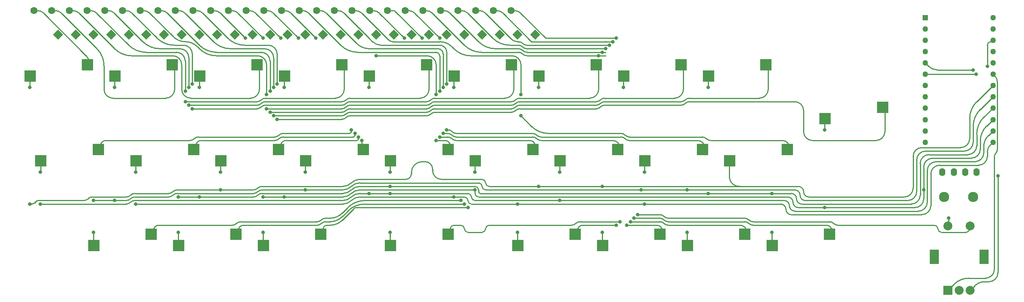
<source format=gbr>
%TF.GenerationSoftware,KiCad,Pcbnew,(6.0.5)*%
%TF.CreationDate,2022-06-01T12:58:50-07:00*%
%TF.ProjectId,hannah_montana,68616e6e-6168-45f6-9d6f-6e74616e612e,rev?*%
%TF.SameCoordinates,Original*%
%TF.FileFunction,Copper,L2,Bot*%
%TF.FilePolarity,Positive*%
%FSLAX46Y46*%
G04 Gerber Fmt 4.6, Leading zero omitted, Abs format (unit mm)*
G04 Created by KiCad (PCBNEW (6.0.5)) date 2022-06-01 12:58:50*
%MOMM*%
%LPD*%
G01*
G04 APERTURE LIST*
G04 Aperture macros list*
%AMHorizOval*
0 Thick line with rounded ends*
0 $1 width*
0 $2 $3 position (X,Y) of the first rounded end (center of the circle)*
0 $4 $5 position (X,Y) of the second rounded end (center of the circle)*
0 Add line between two ends*
20,1,$1,$2,$3,$4,$5,0*
0 Add two circle primitives to create the rounded ends*
1,1,$1,$2,$3*
1,1,$1,$4,$5*%
%AMRotRect*
0 Rectangle, with rotation*
0 The origin of the aperture is its center*
0 $1 length*
0 $2 width*
0 $3 Rotation angle, in degrees counterclockwise*
0 Add horizontal line*
21,1,$1,$2,0,0,$3*%
G04 Aperture macros list end*
%TA.AperFunction,SMDPad,CuDef*%
%ADD10R,2.550000X2.500000*%
%TD*%
%TA.AperFunction,ComponentPad*%
%ADD11C,1.270000*%
%TD*%
%TA.AperFunction,ComponentPad*%
%ADD12R,1.270000X1.270000*%
%TD*%
%TA.AperFunction,ComponentPad*%
%ADD13HorizOval,1.600000X0.000000X0.000000X0.000000X0.000000X0*%
%TD*%
%TA.AperFunction,ComponentPad*%
%ADD14RotRect,1.600000X1.600000X135.000000*%
%TD*%
%TA.AperFunction,ComponentPad*%
%ADD15C,2.300000*%
%TD*%
%TA.AperFunction,ComponentPad*%
%ADD16O,1.397000X1.778000*%
%TD*%
%TA.AperFunction,ComponentPad*%
%ADD17C,2.000000*%
%TD*%
%TA.AperFunction,ComponentPad*%
%ADD18R,2.000000X3.200000*%
%TD*%
%TA.AperFunction,ComponentPad*%
%ADD19R,2.000000X2.000000*%
%TD*%
%TA.AperFunction,ViaPad*%
%ADD20C,0.800000*%
%TD*%
%TA.AperFunction,Conductor*%
%ADD21C,0.250000*%
%TD*%
G04 APERTURE END LIST*
D10*
%TO.P,MX6,2,ROW*%
%TO.N,Net-(D6-Pad2)*%
X110617000Y-14763750D03*
%TO.P,MX6,1,COL*%
%TO.N,col5*%
X97690000Y-17303750D03*
%TD*%
%TO.P,MX9,2,ROW*%
%TO.N,Net-(D9-Pad2)*%
X167767000Y-14763750D03*
%TO.P,MX9,1,COL*%
%TO.N,col2*%
X154840000Y-17303750D03*
%TD*%
%TO.P,MX3,2,ROW*%
%TO.N,Net-(D3-Pad2)*%
X53467000Y-14763750D03*
%TO.P,MX3,1,COL*%
%TO.N,col2*%
X40540000Y-17303750D03*
%TD*%
%TO.P,MX8,2,ROW*%
%TO.N,Net-(D8-Pad2)*%
X148717000Y-14763750D03*
%TO.P,MX8,1,COL*%
%TO.N,col1*%
X135790000Y-17303750D03*
%TD*%
%TO.P,MX5,2,ROW*%
%TO.N,Net-(D5-Pad2)*%
X91567000Y-14763750D03*
%TO.P,MX5,1,COL*%
%TO.N,col4*%
X78640000Y-17303750D03*
%TD*%
%TO.P,MX10,2,ROW*%
%TO.N,Net-(D10-Pad2)*%
X193960750Y-24288750D03*
%TO.P,MX10,1,COL*%
%TO.N,enccol*%
X181033750Y-26828750D03*
%TD*%
D11*
%TO.P,U1,24,RAW*%
%TO.N,unconnected-(U1-Pad24)*%
X218757500Y-4127500D03*
%TO.P,U1,23,GND*%
%TO.N,GND*%
X218757500Y-6667500D03*
%TO.P,U1,22,RST*%
%TO.N,rst*%
X218757500Y-9207500D03*
%TO.P,U1,21,VCC*%
%TO.N,VCC*%
X218757500Y-11747500D03*
%TO.P,U1,20,D21/A3(PF4)*%
%TO.N,encA*%
X218757500Y-14287500D03*
%TO.P,U1,19,D20/A2(PF5)*%
%TO.N,encB*%
X218757500Y-16827500D03*
%TO.P,U1,18,D19/A1(PF6)*%
%TO.N,col0*%
X218757500Y-19367500D03*
%TO.P,U1,17,D18/A0(PF7)*%
%TO.N,col1*%
X218757500Y-21907500D03*
%TO.P,U1,16,D15/SCLK(PB1)*%
%TO.N,col2*%
X218757500Y-24447500D03*
%TO.P,U1,15,D14/MISO(PB3)*%
%TO.N,enccol*%
X218757500Y-27057500D03*
%TO.P,U1,14,D16/MOSI(PB2)*%
%TO.N,col4*%
X218757500Y-29597500D03*
%TO.P,U1,13,D10/A10(PB6)*%
%TO.N,col5*%
X218757500Y-32137500D03*
%TO.P,U1,12,D9/A9(PB5)*%
%TO.N,unconnected-(U1-Pad12)*%
X203517500Y-32137500D03*
%TO.P,U1,11,D8/A8(PB4)*%
%TO.N,row4*%
X203517500Y-29597500D03*
%TO.P,U1,10,D7(PE6)*%
%TO.N,row3*%
X203517500Y-27057500D03*
%TO.P,U1,9,D6/A7(PD7)*%
%TO.N,row2*%
X203517500Y-24447500D03*
%TO.P,U1,8,D5(PC6)*%
%TO.N,row1*%
X203517500Y-21907500D03*
%TO.P,U1,7,D4/A6(PD4)*%
%TO.N,row0*%
X203517500Y-19367500D03*
%TO.P,U1,6,SDA*%
%TO.N,sda*%
X203517500Y-16827500D03*
%TO.P,U1,5,SCL*%
%TO.N,scl*%
X203517500Y-14287500D03*
%TO.P,U1,4,GND*%
%TO.N,GND*%
X203517500Y-11747500D03*
%TO.P,U1,3,GND*%
X203517500Y-9207500D03*
%TO.P,U1,2,RX*%
%TO.N,unconnected-(U1-Pad2)*%
X203517500Y-6667500D03*
D12*
%TO.P,U1,1,TX*%
%TO.N,unconnected-(U1-Pad1)*%
X203517500Y-4127500D03*
%TD*%
D13*
%TO.P,D20,2,A*%
%TO.N,Net-(D20-Pad2)*%
X78749346Y-2549346D03*
D14*
%TO.P,D20,1,K*%
%TO.N,row3*%
X84137500Y-7937500D03*
%TD*%
D15*
%TO.P,SW1,2,2*%
%TO.N,rst*%
X214312500Y-44450000D03*
%TO.P,SW1,1,1*%
%TO.N,GND*%
X207812500Y-44450000D03*
%TD*%
D10*
%TO.P,MX23,2,ROW*%
%TO.N,Net-(D23-Pad2)*%
X96329500Y-52863750D03*
%TO.P,MX23,1,COL*%
%TO.N,col4*%
X83402500Y-55403750D03*
%TD*%
%TO.P,MX19,2,ROW*%
%TO.N,Net-(D19-Pad2)*%
X172529500Y-33813750D03*
%TO.P,MX19,1,COL*%
%TO.N,col0*%
X159602500Y-36353750D03*
%TD*%
D13*
%TO.P,D17,2,A*%
%TO.N,Net-(D17-Pad2)*%
X66843096Y-2549346D03*
D14*
%TO.P,D17,1,K*%
%TO.N,row2*%
X72231250Y-7937500D03*
%TD*%
D13*
%TO.P,D2,2,A*%
%TO.N,Net-(D2-Pad2)*%
X7311846Y-2549346D03*
D14*
%TO.P,D2,1,K*%
%TO.N,row0*%
X12700000Y-7937500D03*
%TD*%
D10*
%TO.P,MX4,2,ROW*%
%TO.N,Net-(D4-Pad2)*%
X72517000Y-14763750D03*
%TO.P,MX4,1,COL*%
%TO.N,enccol*%
X59590000Y-17303750D03*
%TD*%
D13*
%TO.P,D10,2,A*%
%TO.N,Net-(D10-Pad2)*%
X39061846Y-2549346D03*
D14*
%TO.P,D10,1,K*%
%TO.N,row1*%
X44450000Y-7937500D03*
%TD*%
D13*
%TO.P,D28,2,A*%
%TO.N,encrow*%
X110499346Y-2549346D03*
D14*
%TO.P,D28,1,K*%
%TO.N,row4*%
X115887500Y-7937500D03*
%TD*%
D13*
%TO.P,D13,2,A*%
%TO.N,Net-(D13-Pad2)*%
X50968096Y-2549346D03*
D14*
%TO.P,D13,1,K*%
%TO.N,row2*%
X56356250Y-7937500D03*
%TD*%
D13*
%TO.P,D7,2,A*%
%TO.N,Net-(D7-Pad2)*%
X27155596Y-2549346D03*
D14*
%TO.P,D7,1,K*%
%TO.N,row1*%
X32543750Y-7937500D03*
%TD*%
D10*
%TO.P,MX22,2,ROW*%
%TO.N,Net-(D22-Pad2)*%
X67754500Y-52863750D03*
%TO.P,MX22,1,COL*%
%TO.N,enccol*%
X54827500Y-55403750D03*
%TD*%
D13*
%TO.P,D3,2,A*%
%TO.N,Net-(D3-Pad2)*%
X11280596Y-2549346D03*
D14*
%TO.P,D3,1,K*%
%TO.N,row0*%
X16668750Y-7937500D03*
%TD*%
D13*
%TO.P,D1,2,A*%
%TO.N,Net-(D1-Pad2)*%
X3343096Y-2549346D03*
D14*
%TO.P,D1,1,K*%
%TO.N,row0*%
X8731250Y-7937500D03*
%TD*%
D13*
%TO.P,D12,2,A*%
%TO.N,Net-(D12-Pad2)*%
X46999346Y-2549346D03*
D14*
%TO.P,D12,1,K*%
%TO.N,row1*%
X52387500Y-7937500D03*
%TD*%
D10*
%TO.P,MX18,2,ROW*%
%TO.N,Net-(D18-Pad2)*%
X153479500Y-33813750D03*
%TO.P,MX18,1,COL*%
%TO.N,col5*%
X140552500Y-36353750D03*
%TD*%
D13*
%TO.P,D24,2,A*%
%TO.N,Net-(D24-Pad2)*%
X94624346Y-2549346D03*
D14*
%TO.P,D24,1,K*%
%TO.N,row3*%
X100012500Y-7937500D03*
%TD*%
D13*
%TO.P,D16,2,A*%
%TO.N,Net-(D16-Pad2)*%
X62874346Y-2549346D03*
D14*
%TO.P,D16,1,K*%
%TO.N,row2*%
X68262500Y-7937500D03*
%TD*%
D10*
%TO.P,MX20,2,ROW*%
%TO.N,Net-(D20-Pad2)*%
X29654500Y-52863750D03*
%TO.P,MX20,1,COL*%
%TO.N,col1*%
X16727500Y-55403750D03*
%TD*%
%TO.P,MX25,2,ROW*%
%TO.N,Net-(D25-Pad2)*%
X143954500Y-52863750D03*
%TO.P,MX25,1,COL*%
%TO.N,col0*%
X131027500Y-55403750D03*
%TD*%
%TO.P,MX15,2,ROW*%
%TO.N,Net-(D15-Pad2)*%
X96329500Y-33813750D03*
%TO.P,MX15,1,COL*%
%TO.N,col2*%
X83402500Y-36353750D03*
%TD*%
%TO.P,MX17,2,ROW*%
%TO.N,Net-(D17-Pad2)*%
X134429500Y-33813750D03*
%TO.P,MX17,1,COL*%
%TO.N,col4*%
X121502500Y-36353750D03*
%TD*%
%TO.P,MX21,2,ROW*%
%TO.N,Net-(D21-Pad2)*%
X48704500Y-52863750D03*
%TO.P,MX21,1,COL*%
%TO.N,col2*%
X35777500Y-55403750D03*
%TD*%
%TO.P,MX27,2,ROW*%
%TO.N,Net-(D27-Pad2)*%
X182054500Y-52863750D03*
%TO.P,MX27,1,COL*%
%TO.N,col2*%
X169127500Y-55403750D03*
%TD*%
D13*
%TO.P,D11,2,A*%
%TO.N,Net-(D11-Pad2)*%
X43030596Y-2549346D03*
D14*
%TO.P,D11,1,K*%
%TO.N,row1*%
X48418750Y-7937500D03*
%TD*%
D10*
%TO.P,MX13,2,ROW*%
%TO.N,Net-(D13-Pad2)*%
X58229500Y-33813750D03*
%TO.P,MX13,1,COL*%
%TO.N,col0*%
X45302500Y-36353750D03*
%TD*%
%TO.P,MX2,2,ROW*%
%TO.N,Net-(D2-Pad2)*%
X34417000Y-14763750D03*
%TO.P,MX2,1,COL*%
%TO.N,col1*%
X21490000Y-17303750D03*
%TD*%
%TO.P,MX7,2,ROW*%
%TO.N,Net-(D7-Pad2)*%
X129667000Y-14763750D03*
%TO.P,MX7,1,COL*%
%TO.N,col0*%
X116740000Y-17303750D03*
%TD*%
D13*
%TO.P,D27,2,A*%
%TO.N,Net-(D27-Pad2)*%
X106530596Y-2549346D03*
D14*
%TO.P,D27,1,K*%
%TO.N,row4*%
X111918750Y-7937500D03*
%TD*%
D13*
%TO.P,D9,2,A*%
%TO.N,Net-(D9-Pad2)*%
X35093096Y-2549346D03*
D14*
%TO.P,D9,1,K*%
%TO.N,row1*%
X40481250Y-7937500D03*
%TD*%
D13*
%TO.P,D25,2,A*%
%TO.N,Net-(D25-Pad2)*%
X98593096Y-2549346D03*
D14*
%TO.P,D25,1,K*%
%TO.N,row4*%
X103981250Y-7937500D03*
%TD*%
D10*
%TO.P,MX26,2,ROW*%
%TO.N,Net-(D26-Pad2)*%
X163004500Y-52863750D03*
%TO.P,MX26,1,COL*%
%TO.N,col1*%
X150077500Y-55403750D03*
%TD*%
%TO.P,MX11,2,ROW*%
%TO.N,Net-(D11-Pad2)*%
X17748250Y-33813750D03*
%TO.P,MX11,1,COL*%
%TO.N,col4*%
X4821250Y-36353750D03*
%TD*%
D16*
%TO.P,J1,4,Pin_4*%
%TO.N,sda*%
X215037500Y-38893750D03*
%TO.P,J1,3,Pin_3*%
%TO.N,scl*%
X212487500Y-38893750D03*
%TO.P,J1,2,Pin_2*%
%TO.N,VCC*%
X209937500Y-38893750D03*
%TO.P,J1,1,Pin_1*%
%TO.N,GND*%
X207387500Y-38893750D03*
%TD*%
D13*
%TO.P,D22,2,A*%
%TO.N,Net-(D22-Pad2)*%
X86686846Y-2549346D03*
D14*
%TO.P,D22,1,K*%
%TO.N,row3*%
X92075000Y-7937500D03*
%TD*%
D10*
%TO.P,MX24,2,ROW*%
%TO.N,Net-(D24-Pad2)*%
X124904500Y-52863750D03*
%TO.P,MX24,1,COL*%
%TO.N,col5*%
X111977500Y-55403750D03*
%TD*%
D13*
%TO.P,D14,2,A*%
%TO.N,Net-(D14-Pad2)*%
X54936846Y-2549346D03*
D14*
%TO.P,D14,1,K*%
%TO.N,row2*%
X60325000Y-7937500D03*
%TD*%
D10*
%TO.P,MX14,2,ROW*%
%TO.N,Net-(D14-Pad2)*%
X77279500Y-33813750D03*
%TO.P,MX14,1,COL*%
%TO.N,col1*%
X64352500Y-36353750D03*
%TD*%
D17*
%TO.P,EC1,S2,S2*%
%TO.N,enccol*%
X208637500Y-50943750D03*
%TO.P,EC1,S1,S1*%
%TO.N,encrow*%
X213637500Y-50943750D03*
D18*
%TO.P,EC1,MP*%
%TO.N,N/C*%
X216737500Y-57943750D03*
X205537500Y-57943750D03*
D17*
%TO.P,EC1,C,C*%
%TO.N,GND*%
X211137500Y-65443750D03*
%TO.P,EC1,B,B*%
%TO.N,encA*%
X213637500Y-65443750D03*
D19*
%TO.P,EC1,A,A*%
%TO.N,encB*%
X208637500Y-65443750D03*
%TD*%
D10*
%TO.P,MX12,2,ROW*%
%TO.N,Net-(D12-Pad2)*%
X39179500Y-33813750D03*
%TO.P,MX12,1,COL*%
%TO.N,col5*%
X26252500Y-36353750D03*
%TD*%
D13*
%TO.P,D23,2,A*%
%TO.N,Net-(D23-Pad2)*%
X90655596Y-2549346D03*
D14*
%TO.P,D23,1,K*%
%TO.N,row3*%
X96043750Y-7937500D03*
%TD*%
D13*
%TO.P,D4,2,A*%
%TO.N,Net-(D4-Pad2)*%
X15249346Y-2549346D03*
D14*
%TO.P,D4,1,K*%
%TO.N,row0*%
X20637500Y-7937500D03*
%TD*%
D13*
%TO.P,D19,2,A*%
%TO.N,Net-(D19-Pad2)*%
X74780596Y-2549346D03*
D14*
%TO.P,D19,1,K*%
%TO.N,row3*%
X80168750Y-7937500D03*
%TD*%
D13*
%TO.P,D21,2,A*%
%TO.N,Net-(D21-Pad2)*%
X82718096Y-2549346D03*
D14*
%TO.P,D21,1,K*%
%TO.N,row3*%
X88106250Y-7937500D03*
%TD*%
D10*
%TO.P,MX16,2,ROW*%
%TO.N,Net-(D16-Pad2)*%
X115379500Y-33813750D03*
%TO.P,MX16,1,COL*%
%TO.N,enccol*%
X102452500Y-36353750D03*
%TD*%
D13*
%TO.P,D8,2,A*%
%TO.N,Net-(D8-Pad2)*%
X31124346Y-2549346D03*
D14*
%TO.P,D8,1,K*%
%TO.N,row1*%
X36512500Y-7937500D03*
%TD*%
D13*
%TO.P,D6,2,A*%
%TO.N,Net-(D6-Pad2)*%
X23186846Y-2549346D03*
D14*
%TO.P,D6,1,K*%
%TO.N,row0*%
X28575000Y-7937500D03*
%TD*%
D13*
%TO.P,D5,2,A*%
%TO.N,Net-(D5-Pad2)*%
X19218096Y-2549346D03*
D14*
%TO.P,D5,1,K*%
%TO.N,row0*%
X24606250Y-7937500D03*
%TD*%
D10*
%TO.P,MX1,2,ROW*%
%TO.N,Net-(D1-Pad2)*%
X15367000Y-14763750D03*
%TO.P,MX1,1,COL*%
%TO.N,col0*%
X2440000Y-17303750D03*
%TD*%
D13*
%TO.P,D26,2,A*%
%TO.N,Net-(D26-Pad2)*%
X102561846Y-2549346D03*
D14*
%TO.P,D26,1,K*%
%TO.N,row4*%
X107950000Y-7937500D03*
%TD*%
D13*
%TO.P,D15,2,A*%
%TO.N,Net-(D15-Pad2)*%
X58905596Y-2549346D03*
D14*
%TO.P,D15,1,K*%
%TO.N,row2*%
X64293750Y-7937500D03*
%TD*%
D13*
%TO.P,D18,2,A*%
%TO.N,Net-(D18-Pad2)*%
X70811846Y-2549346D03*
D14*
%TO.P,D18,1,K*%
%TO.N,row2*%
X76200000Y-7937500D03*
%TD*%
D20*
%TO.N,enccol*%
X208756250Y-49212500D03*
X203200000Y-42862500D03*
%TO.N,rst*%
X217487500Y-15081250D03*
%TO.N,col0*%
X2381250Y-19843750D03*
X2381250Y-46037500D03*
%TO.N,col4*%
X4762500Y-38893750D03*
X4762500Y-46037500D03*
%TO.N,col1*%
X16668750Y-52387500D03*
X16668750Y-45243750D03*
X21431250Y-19843750D03*
X21431250Y-45243750D03*
%TO.N,col5*%
X26193750Y-38893750D03*
X26193750Y-46037500D03*
%TO.N,col2*%
X35718750Y-52387500D03*
X35718750Y-44450000D03*
%TO.N,enccol*%
X54768750Y-52387500D03*
X54768750Y-44450000D03*
%TO.N,col2*%
X40481250Y-19843750D03*
X40481250Y-44450000D03*
%TO.N,col0*%
X45243750Y-38893750D03*
X45243750Y-42862500D03*
%TO.N,enccol*%
X59531250Y-19843750D03*
X59531250Y-44450000D03*
%TO.N,col1*%
X64293750Y-38893750D03*
X64293750Y-42862500D03*
%TO.N,col4*%
X78581250Y-19843750D03*
X78581250Y-43656250D03*
%TO.N,col2*%
X83343750Y-38893750D03*
X83343750Y-42068750D03*
%TO.N,col4*%
X83343750Y-52387500D03*
X83343750Y-43656250D03*
%TO.N,col5*%
X97631250Y-19843750D03*
X97631250Y-44450000D03*
%TO.N,enccol*%
X102393750Y-38893750D03*
X102393750Y-42862500D03*
%TO.N,col0*%
X116681250Y-19843750D03*
X116681250Y-42068750D03*
%TO.N,col5*%
X111918750Y-52387500D03*
X111918750Y-46037500D03*
%TO.N,col4*%
X121443750Y-38893750D03*
X121443750Y-45243750D03*
%TO.N,col1*%
X139700000Y-42862500D03*
X135731250Y-19843750D03*
%TO.N,col0*%
X130968750Y-52387500D03*
X130968750Y-42068750D03*
%TO.N,col5*%
X140493750Y-38893750D03*
X140493750Y-46037500D03*
%TO.N,col2*%
X154781250Y-19843750D03*
X154781250Y-43656250D03*
%TO.N,col1*%
X150018750Y-52387500D03*
X150018750Y-42862500D03*
%TO.N,enccol*%
X180975000Y-29368750D03*
X180975000Y-46831250D03*
%TO.N,col2*%
X169068750Y-52387500D03*
X169068750Y-43656250D03*
%TO.N,Net-(D24-Pad2)*%
X134143750Y-50800000D03*
%TO.N,Net-(D23-Pad2)*%
X134937500Y-50006250D03*
%TO.N,encrow*%
X138906250Y-48418750D03*
%TO.N,Net-(D27-Pad2)*%
X138112500Y-49212500D03*
%TO.N,Net-(D26-Pad2)*%
X137318750Y-50006250D03*
%TO.N,Net-(D25-Pad2)*%
X136525000Y-50800000D03*
%TO.N,encrow*%
X134143750Y-8731250D03*
%TO.N,Net-(D27-Pad2)*%
X133350000Y-9525000D03*
%TO.N,Net-(D26-Pad2)*%
X132556250Y-10318750D03*
%TO.N,Net-(D25-Pad2)*%
X131762500Y-11112500D03*
%TO.N,Net-(D24-Pad2)*%
X130968750Y-11906250D03*
%TO.N,Net-(D23-Pad2)*%
X130175000Y-12700000D03*
%TO.N,Net-(D22-Pad2)*%
X100806250Y-46831250D03*
%TO.N,Net-(D21-Pad2)*%
X100012500Y-46037500D03*
%TO.N,Net-(D20-Pad2)*%
X99218750Y-45243750D03*
%TO.N,Net-(D22-Pad2)*%
X94456250Y-8731250D03*
%TO.N,Net-(D21-Pad2)*%
X90487500Y-8731250D03*
%TO.N,Net-(D20-Pad2)*%
X86518750Y-8731250D03*
%TO.N,Net-(D19-Pad2)*%
X112712500Y-26193750D03*
X112712500Y-21431250D03*
%TO.N,Net-(D18-Pad2)*%
X96043750Y-29368750D03*
%TO.N,Net-(D17-Pad2)*%
X95250000Y-30162500D03*
%TO.N,Net-(D16-Pad2)*%
X94456250Y-30956250D03*
%TO.N,Net-(D15-Pad2)*%
X93662500Y-31750000D03*
%TO.N,Net-(D18-Pad2)*%
X96043750Y-19050000D03*
%TO.N,Net-(D17-Pad2)*%
X95250000Y-19843750D03*
%TO.N,Net-(D16-Pad2)*%
X94456250Y-20637500D03*
%TO.N,Net-(D15-Pad2)*%
X93662500Y-21431250D03*
X80168750Y-12700000D03*
%TO.N,Net-(D11-Pad2)*%
X74612500Y-29368750D03*
%TO.N,Net-(D12-Pad2)*%
X75406250Y-30162500D03*
%TO.N,Net-(D13-Pad2)*%
X76200000Y-30956250D03*
%TO.N,Net-(D14-Pad2)*%
X76993750Y-31750000D03*
%TO.N,Net-(D15-Pad2)*%
X66675000Y-8731250D03*
%TO.N,Net-(D14-Pad2)*%
X62706250Y-8731250D03*
%TO.N,Net-(D13-Pad2)*%
X58737500Y-8731250D03*
%TO.N,Net-(D12-Pad2)*%
X54768750Y-8731250D03*
%TO.N,Net-(D11-Pad2)*%
X50800000Y-8731250D03*
%TO.N,Net-(D10-Pad2)*%
X57943750Y-26987500D03*
%TO.N,Net-(D9-Pad2)*%
X57150000Y-26193750D03*
%TO.N,Net-(D8-Pad2)*%
X56353438Y-25397188D03*
%TO.N,Net-(D7-Pad2)*%
X55562500Y-24606250D03*
X55562500Y-21431250D03*
%TO.N,Net-(D8-Pad2)*%
X56353438Y-20634688D03*
%TO.N,Net-(D9-Pad2)*%
X57150000Y-19843750D03*
%TO.N,Net-(D10-Pad2)*%
X57943750Y-19050000D03*
%TO.N,Net-(D6-Pad2)*%
X38893750Y-24606250D03*
%TO.N,Net-(D5-Pad2)*%
X38100000Y-23812500D03*
%TO.N,Net-(D4-Pad2)*%
X37306250Y-23018750D03*
%TO.N,Net-(D6-Pad2)*%
X38893750Y-19050000D03*
%TO.N,Net-(D5-Pad2)*%
X38100000Y-19843750D03*
%TO.N,Net-(D4-Pad2)*%
X37306250Y-20637500D03*
%TO.N,encA*%
X219868750Y-39687500D03*
%TO.N,scl*%
X214312500Y-15875000D03*
%TO.N,sda*%
X214947500Y-16827500D03*
%TD*%
D21*
%TO.N,Net-(D1-Pad2)*%
X15875027Y-14682969D02*
G75*
G03*
X15032106Y-12648044I-2877827J-31D01*
G01*
X4138252Y-2549344D02*
G75*
G02*
X5495668Y-3111606I-2J-1919676D01*
G01*
%TO.N,Net-(D2-Pad2)*%
X32925001Y-22225000D02*
G75*
G03*
X34925000Y-20225001I-1J2000000D01*
G01*
X8107002Y-2549339D02*
G75*
G02*
X9464417Y-3111607I-2J-1919661D01*
G01*
X19049998Y-14951151D02*
G75*
G03*
X17456206Y-11103396I-5441548J1D01*
G01*
X21049998Y-22225000D02*
G75*
G02*
X19050000Y-20225001I2J2000000D01*
G01*
%TO.N,Net-(D3-Pad2)*%
X34512501Y-12700000D02*
G75*
G02*
X36512500Y-14699998I-1J-2000000D01*
G01*
X38512498Y-22225000D02*
G75*
G02*
X36512500Y-20225001I2J2000000D01*
G01*
X51975001Y-22225000D02*
G75*
G03*
X53975000Y-20225001I-1J2000000D01*
G01*
X25275525Y-12699967D02*
G75*
G02*
X21427769Y-11106207I-25J5441567D01*
G01*
X12075752Y-2549344D02*
G75*
G02*
X13433168Y-3111606I-2J-1919676D01*
G01*
%TO.N,Net-(D4-Pad2)*%
X53413733Y-23018764D02*
G75*
G03*
X54371875Y-22621875I-33J1355064D01*
G01*
X71025001Y-22225000D02*
G75*
G03*
X73025000Y-20225001I-1J2000000D01*
G01*
X28450525Y-11906231D02*
G75*
G02*
X24602770Y-10312456I-25J5441531D01*
G01*
X35306251Y-11906250D02*
G75*
G02*
X37306250Y-13906248I-1J-2000000D01*
G01*
X16044502Y-2549339D02*
G75*
G02*
X17401917Y-3111607I-2J-1919661D01*
G01*
X54371870Y-22621870D02*
G75*
G02*
X55330016Y-22225000I958130J-958130D01*
G01*
%TO.N,Net-(D5-Pad2)*%
X78581250Y-22225000D02*
X76993750Y-22225000D01*
X76993750Y-22225000D02*
X78581250Y-22225000D01*
X20013252Y-2549374D02*
G75*
G02*
X21370668Y-3111606I48J-1919626D01*
G01*
X53413733Y-23812528D02*
G75*
G03*
X54371874Y-23415624I-33J1355028D01*
G01*
X73421870Y-22621870D02*
G75*
G02*
X74380016Y-22225000I958130J-958130D01*
G01*
X72463733Y-23018764D02*
G75*
G03*
X73421875Y-22621875I-33J1355064D01*
G01*
X36100001Y-11112500D02*
G75*
G02*
X38100000Y-13112498I-1J-2000000D01*
G01*
X54371860Y-23415610D02*
G75*
G02*
X55330016Y-23018750I958140J-958190D01*
G01*
X31625525Y-11112467D02*
G75*
G02*
X27777769Y-9518707I-25J5441567D01*
G01*
X76993750Y-22225000D02*
G75*
G02*
X76993750Y-22225000I0J0D01*
G01*
X90075001Y-22225000D02*
G75*
G03*
X92075000Y-20225001I-1J2000000D01*
G01*
%TO.N,Net-(D6-Pad2)*%
X96440625Y-22225000D02*
X95646875Y-22225000D01*
X95646875Y-22225000D02*
X96440625Y-22225000D01*
X109125001Y-22225000D02*
G75*
G03*
X111125000Y-20225001I-1J2000000D01*
G01*
X72463733Y-23812528D02*
G75*
G03*
X73421874Y-23415624I-33J1355028D01*
G01*
X92471870Y-22621870D02*
G75*
G02*
X93430016Y-22225000I958130J-958130D01*
G01*
X54371870Y-24209370D02*
G75*
G02*
X55330016Y-23812500I958130J-958130D01*
G01*
X91513733Y-23018764D02*
G75*
G03*
X92471875Y-22621875I-33J1355064D01*
G01*
X95646875Y-22225000D02*
G75*
G02*
X95646875Y-22225000I0J0D01*
G01*
X34800525Y-10318731D02*
G75*
G02*
X30952770Y-8724956I-25J5441531D01*
G01*
X53413733Y-24606264D02*
G75*
G03*
X54371875Y-24209375I-33J1355064D01*
G01*
X23982002Y-2549339D02*
G75*
G02*
X25339417Y-3111607I-2J-1919661D01*
G01*
X36893751Y-10318750D02*
G75*
G02*
X38893750Y-12318748I-1J-2000000D01*
G01*
X73421860Y-23415610D02*
G75*
G02*
X74380016Y-23018750I958140J-958190D01*
G01*
%TO.N,Net-(D7-Pad2)*%
X49174394Y-12700000D02*
X44488106Y-12700000D01*
X115490625Y-22225000D02*
X114696875Y-22225000D01*
X114696875Y-22225000D02*
X115490625Y-22225000D01*
X92471860Y-23415610D02*
G75*
G02*
X93430016Y-23018750I958140J-958190D01*
G01*
X53562501Y-12700000D02*
G75*
G02*
X55562500Y-14699998I-1J-2000000D01*
G01*
X128175001Y-22225000D02*
G75*
G03*
X130175000Y-20225001I-1J2000000D01*
G01*
X91513733Y-23812528D02*
G75*
G03*
X92471874Y-23415624I-33J1355028D01*
G01*
X27950752Y-2549374D02*
G75*
G02*
X29308168Y-3111606I48J-1919626D01*
G01*
X111521870Y-22621870D02*
G75*
G02*
X112480016Y-22225000I958130J-958130D01*
G01*
X73421870Y-24209370D02*
G75*
G02*
X74380016Y-23812500I958130J-958130D01*
G01*
X114696875Y-22225000D02*
G75*
G02*
X114696875Y-22225000I0J0D01*
G01*
X44313814Y-12699979D02*
G75*
G02*
X40481250Y-11112500I-14J5420079D01*
G01*
X37307656Y-9525022D02*
G75*
G02*
X34600024Y-8403462I44J3829222D01*
G01*
X37307656Y-9525041D02*
G75*
G02*
X40015286Y-10646538I44J-3829159D01*
G01*
X110563733Y-23018764D02*
G75*
G03*
X111521875Y-22621875I-33J1355064D01*
G01*
X72463733Y-24606264D02*
G75*
G03*
X73421875Y-24209375I-33J1355064D01*
G01*
%TO.N,Net-(D8-Pad2)*%
X135731250Y-22225000D02*
X134143750Y-22225000D01*
X134143750Y-22225000D02*
X135731250Y-22225000D01*
X91513733Y-24606264D02*
G75*
G03*
X92471875Y-24209375I-33J1355064D01*
G01*
X56358238Y-25399973D02*
G75*
G02*
X56354844Y-25398594I-38J4773D01*
G01*
X111521860Y-23415610D02*
G75*
G02*
X112480016Y-23018750I958140J-958190D01*
G01*
X54353439Y-11903442D02*
G75*
G02*
X56353438Y-13903436I1J-1999998D01*
G01*
X147225001Y-22225000D02*
G75*
G03*
X149225000Y-20225001I-1J2000000D01*
G01*
X73421860Y-25003110D02*
G75*
G02*
X74380016Y-24606250I958140J-958190D01*
G01*
X110563733Y-23812528D02*
G75*
G03*
X111521874Y-23415624I-33J1355028D01*
G01*
X134143750Y-22225000D02*
G75*
G02*
X134143750Y-22225000I0J0D01*
G01*
X130571870Y-22621870D02*
G75*
G02*
X131530016Y-22225000I958130J-958130D01*
G01*
X72463733Y-25400028D02*
G75*
G03*
X73421874Y-25003124I-33J1355028D01*
G01*
X44322713Y-11903431D02*
G75*
G02*
X40474958Y-10309644I-13J5441531D01*
G01*
X92471870Y-24209370D02*
G75*
G02*
X93430016Y-23812500I958130J-958130D01*
G01*
X129613733Y-23018764D02*
G75*
G03*
X130571875Y-22621875I-33J1355064D01*
G01*
X31919502Y-2549339D02*
G75*
G02*
X33276917Y-3111607I-2J-1919661D01*
G01*
%TO.N,Net-(D9-Pad2)*%
X57150000Y-17859375D02*
X57150000Y-18653125D01*
X57150000Y-18653125D02*
X57150000Y-19446875D01*
X153590625Y-22225000D02*
X152796875Y-22225000D01*
X152796875Y-22225000D02*
X153590625Y-22225000D01*
X47500525Y-11112467D02*
G75*
G02*
X43652769Y-9518707I-25J5441567D01*
G01*
X166275001Y-22225000D02*
G75*
G03*
X168275000Y-20225001I-1J2000000D01*
G01*
X149621870Y-22621870D02*
G75*
G02*
X150580016Y-22225000I958130J-958130D01*
G01*
X148663733Y-23018764D02*
G75*
G03*
X149621875Y-22621875I-33J1355064D01*
G01*
X130571860Y-23415610D02*
G75*
G02*
X131530016Y-23018750I958140J-958190D01*
G01*
X35888252Y-2549374D02*
G75*
G02*
X37245668Y-3111606I48J-1919626D01*
G01*
X129613733Y-23812528D02*
G75*
G03*
X130571874Y-23415624I-33J1355028D01*
G01*
X111521870Y-24209370D02*
G75*
G02*
X112480016Y-23812500I958130J-958130D01*
G01*
X110563733Y-24606264D02*
G75*
G03*
X111521875Y-24209375I-33J1355064D01*
G01*
X92471860Y-25003110D02*
G75*
G02*
X93430016Y-24606250I958140J-958190D01*
G01*
X55150001Y-11112500D02*
G75*
G02*
X57150000Y-13112498I-1J-2000000D01*
G01*
X152796875Y-22225000D02*
G75*
G02*
X152796875Y-22225000I0J0D01*
G01*
X91513733Y-25400028D02*
G75*
G03*
X92471874Y-25003124I-33J1355028D01*
G01*
X73421870Y-25796870D02*
G75*
G02*
X74380016Y-25400000I958130J-958130D01*
G01*
X72463733Y-26193764D02*
G75*
G03*
X73421875Y-25796875I-33J1355064D01*
G01*
%TO.N,Net-(D10-Pad2)*%
X57943750Y-17859375D02*
X57943750Y-18653125D01*
X73421860Y-26590610D02*
G75*
G02*
X74380016Y-26193750I958140J-958190D01*
G01*
X72463733Y-26987528D02*
G75*
G03*
X73421874Y-26590624I-33J1355028D01*
G01*
X39857002Y-2549339D02*
G75*
G02*
X41214417Y-3111607I-2J-1919661D01*
G01*
X149621860Y-23415610D02*
G75*
G02*
X150580016Y-23018750I958140J-958190D01*
G01*
X55943751Y-10318750D02*
G75*
G02*
X57943750Y-12318748I-1J-2000000D01*
G01*
X148663733Y-23812528D02*
G75*
G03*
X149621874Y-23415624I-33J1355028D01*
G01*
X130571870Y-24209370D02*
G75*
G02*
X131530016Y-23812500I958130J-958130D01*
G01*
X50675525Y-10318731D02*
G75*
G02*
X46827770Y-8724956I-25J5441531D01*
G01*
X129613733Y-24606264D02*
G75*
G03*
X130571875Y-24209375I-33J1355064D01*
G01*
X174212501Y-23018700D02*
G75*
G02*
X176212500Y-25018748I-1J-2000000D01*
G01*
X111521860Y-25003110D02*
G75*
G02*
X112480016Y-24606250I958140J-958190D01*
G01*
X110563733Y-25400028D02*
G75*
G03*
X111521874Y-25003124I-33J1355028D01*
G01*
X178212498Y-31750000D02*
G75*
G02*
X176212500Y-29750001I2J2000000D01*
G01*
X92471870Y-25796870D02*
G75*
G02*
X93430016Y-25400000I958130J-958130D01*
G01*
X192468751Y-31750050D02*
G75*
G03*
X194468750Y-29750001I-51J2000050D01*
G01*
X91513733Y-26193764D02*
G75*
G03*
X92471875Y-25796875I-33J1355064D01*
G01*
%TO.N,Net-(D11-Pad2)*%
X50799967Y-8729844D02*
G75*
G03*
X50799005Y-8727443I-3367J44D01*
G01*
X57382483Y-30956228D02*
G75*
G03*
X58340624Y-30559374I17J1355028D01*
G01*
X58340645Y-30559395D02*
G75*
G02*
X59298766Y-30162500I958155J-958105D01*
G01*
X74215625Y-30162500D02*
G75*
G03*
X74612500Y-29765625I-25J396900D01*
G01*
X38332483Y-31749993D02*
G75*
G03*
X39290625Y-31353125I17J1354993D01*
G01*
X39290635Y-31353135D02*
G75*
G02*
X40248766Y-30956250I958165J-958165D01*
G01*
X18256300Y-32940625D02*
G75*
G02*
X19446875Y-31750000I1190600J25D01*
G01*
X43825752Y-2549374D02*
G75*
G02*
X45183168Y-3111606I48J-1919626D01*
G01*
%TO.N,Net-(D12-Pad2)*%
X47794502Y-2549339D02*
G75*
G02*
X49151917Y-3111607I-2J-1919661D01*
G01*
X58340635Y-31353135D02*
G75*
G02*
X59298766Y-30956250I958165J-958165D01*
G01*
X39687500Y-32940625D02*
G75*
G02*
X40878125Y-31750000I1190600J25D01*
G01*
X75009375Y-30956250D02*
G75*
G03*
X75406250Y-30559375I25J396850D01*
G01*
X54768731Y-8729844D02*
G75*
G03*
X54767754Y-8727444I-3331J44D01*
G01*
X57382483Y-31749993D02*
G75*
G03*
X58340625Y-31353125I17J1354993D01*
G01*
%TO.N,Net-(D13-Pad2)*%
X75803125Y-31750000D02*
G75*
G03*
X76200000Y-31353125I-25J396900D01*
G01*
X58737467Y-8729844D02*
G75*
G03*
X58736505Y-8727443I-3367J44D01*
G01*
X51763252Y-2549374D02*
G75*
G02*
X53120668Y-3111606I48J-1919626D01*
G01*
X58737500Y-32940625D02*
G75*
G02*
X59928125Y-31750000I1190600J25D01*
G01*
%TO.N,Net-(D14-Pad2)*%
X55732002Y-2549339D02*
G75*
G02*
X57089417Y-3111607I-2J-1919661D01*
G01*
X62706231Y-8729844D02*
G75*
G03*
X62705254Y-8727444I-3331J44D01*
G01*
%TO.N,Net-(D15-Pad2)*%
X59700752Y-2549374D02*
G75*
G02*
X61058168Y-3111606I48J-1919626D01*
G01*
X66674967Y-8729844D02*
G75*
G03*
X66674005Y-8727443I-3367J44D01*
G01*
X95646875Y-31750000D02*
G75*
G02*
X96837500Y-32940625I25J-1190600D01*
G01*
X91662501Y-12700000D02*
G75*
G02*
X93662500Y-14699998I-1J-2000000D01*
G01*
%TO.N,Net-(D16-Pad2)*%
X93662500Y-11906250D02*
X92075000Y-11906250D01*
X76063814Y-11906244D02*
G75*
G02*
X72231250Y-10318750I-14J5420044D01*
G01*
X114696875Y-31750000D02*
G75*
G02*
X115887500Y-32940625I25J-1190600D01*
G01*
X93662500Y-11906250D02*
G75*
G02*
X94456250Y-12700000I0J-793750D01*
G01*
X96276233Y-30956236D02*
G75*
G02*
X97234375Y-31353125I-33J-1355064D01*
G01*
X70643731Y-8729844D02*
G75*
G03*
X70642754Y-8727444I-3331J44D01*
G01*
X63669502Y-2549339D02*
G75*
G02*
X65026917Y-3111607I-2J-1919661D01*
G01*
X70644775Y-8732212D02*
G75*
G02*
X70643750Y-8729844I2325J2412D01*
G01*
X98192516Y-31749993D02*
G75*
G02*
X97234375Y-31353125I-16J1354993D01*
G01*
%TO.N,Net-(D17-Pad2)*%
X94059375Y-11112500D02*
X91678125Y-11112500D01*
X117242516Y-31749993D02*
G75*
G02*
X116284375Y-31353125I-16J1354993D01*
G01*
X98192516Y-30956228D02*
G75*
G02*
X97234376Y-30559374I-16J1355028D01*
G01*
X67638252Y-2549374D02*
G75*
G02*
X68995668Y-3111606I48J-1919626D01*
G01*
X74613515Y-8732223D02*
G75*
G02*
X74612500Y-8729844I2385J2423D01*
G01*
X74612467Y-8729844D02*
G75*
G03*
X74611505Y-8727443I-3367J44D01*
G01*
X78677548Y-11112521D02*
G75*
G02*
X75803125Y-9921875I52J4065121D01*
G01*
X96276233Y-30162472D02*
G75*
G02*
X97234374Y-30559376I-33J-1355028D01*
G01*
X133350000Y-31750000D02*
G75*
G02*
X134937500Y-33337500I0J-1587500D01*
G01*
X94059375Y-11112500D02*
G75*
G02*
X95250000Y-12303125I25J-1190600D01*
G01*
X115326233Y-30956236D02*
G75*
G02*
X116284375Y-31353125I-33J-1355064D01*
G01*
%TO.N,Net-(D18-Pad2)*%
X94456250Y-10318750D02*
X91281250Y-10318750D01*
X71607002Y-2549339D02*
G75*
G02*
X72964417Y-3111607I-2J-1919661D01*
G01*
X96440625Y-29368735D02*
G75*
G02*
X97118133Y-29649383I-25J-958165D01*
G01*
X78582275Y-8732212D02*
G75*
G02*
X78581250Y-8729844I2325J2412D01*
G01*
X78581231Y-8729844D02*
G75*
G03*
X78580254Y-8727444I-3331J44D01*
G01*
X117242516Y-30956228D02*
G75*
G02*
X116284376Y-30559374I-16J1355028D01*
G01*
X98192516Y-30162493D02*
G75*
G02*
X97234375Y-29765625I-16J1354993D01*
G01*
X135169983Y-30956272D02*
G75*
G02*
X136128124Y-31353126I17J-1355028D01*
G01*
X81291282Y-10318757D02*
G75*
G02*
X79375000Y-9525000I18J2710057D01*
G01*
X137086266Y-31750028D02*
G75*
G02*
X136128126Y-31353124I34J1355028D01*
G01*
X94456250Y-10318750D02*
G75*
G02*
X96043750Y-11906250I50J-1587450D01*
G01*
X152400000Y-31750000D02*
G75*
G02*
X153987500Y-33337500I0J-1587500D01*
G01*
X115326233Y-30162472D02*
G75*
G02*
X116284374Y-30559376I-33J-1355028D01*
G01*
%TO.N,Net-(D19-Pad2)*%
X94456250Y-9525000D02*
X91281250Y-9525000D01*
X153426233Y-30956236D02*
G75*
G02*
X154384375Y-31353125I-33J-1355064D01*
G01*
X110712501Y-12700000D02*
G75*
G02*
X112712500Y-14699998I-1J-2000000D01*
G01*
X75575752Y-2549374D02*
G75*
G02*
X76933168Y-3111606I48J-1919626D01*
G01*
X83905016Y-9524993D02*
G75*
G02*
X82946875Y-9128125I-16J1354993D01*
G01*
X101463814Y-12699979D02*
G75*
G02*
X97631250Y-11112500I-14J5420079D01*
G01*
X118935213Y-30162475D02*
G75*
G02*
X115087457Y-28568707I-13J5441575D01*
G01*
X155342516Y-31749993D02*
G75*
G02*
X154384375Y-31353125I-16J1354993D01*
G01*
X82551015Y-8732223D02*
G75*
G02*
X82550000Y-8729844I2385J2423D01*
G01*
X171450000Y-31750000D02*
G75*
G02*
X173037500Y-33337500I0J-1587500D01*
G01*
X82549967Y-8729844D02*
G75*
G03*
X82549005Y-8727443I-3367J44D01*
G01*
X135169983Y-30162507D02*
G75*
G02*
X136128125Y-30559375I17J-1354993D01*
G01*
X137086266Y-30956264D02*
G75*
G02*
X136128125Y-30559375I34J1355064D01*
G01*
X94456250Y-9525046D02*
G75*
G02*
X97166282Y-10647532I50J-3832554D01*
G01*
%TO.N,Net-(D20-Pad2)*%
X67865645Y-49609395D02*
G75*
G02*
X68823766Y-49212500I958155J-958105D01*
G01*
X86518731Y-8729844D02*
G75*
G03*
X86517754Y-8727444I-3331J44D01*
G01*
X47857483Y-50799993D02*
G75*
G03*
X48815625Y-50403125I17J1354993D01*
G01*
X66907483Y-50006228D02*
G75*
G03*
X67865624Y-49609374I17J1355028D01*
G01*
X73812451Y-46837536D02*
G75*
G02*
X77660213Y-45243750I3847749J-3847764D01*
G01*
X79544502Y-2549339D02*
G75*
G02*
X80901917Y-3111607I-2J-1919661D01*
G01*
X48815635Y-50403135D02*
G75*
G02*
X49773766Y-50006250I958165J-958165D01*
G01*
X69850000Y-49212488D02*
G75*
G03*
X72560031Y-48089967I0J3832588D01*
G01*
X30162500Y-51990625D02*
G75*
G02*
X31353125Y-50800000I1190600J25D01*
G01*
%TO.N,Net-(D21-Pad2)*%
X84138906Y-2549346D02*
X83799902Y-2549346D01*
X90487467Y-8729844D02*
G75*
G03*
X90486505Y-8727443I-3367J44D01*
G01*
X67865635Y-50403135D02*
G75*
G02*
X68823766Y-50006250I958165J-958165D01*
G01*
X66907483Y-50799993D02*
G75*
G03*
X67865625Y-50403125I17J1354993D01*
G01*
X84138906Y-2549354D02*
G75*
G02*
X84428264Y-2669202I-6J-409246D01*
G01*
X73812461Y-47631296D02*
G75*
G02*
X77660213Y-46037500I3847739J-3847704D01*
G01*
X49212500Y-51990625D02*
G75*
G02*
X50403125Y-50800000I1190600J25D01*
G01*
X69850000Y-50006252D02*
G75*
G03*
X72560031Y-48883717I0J3832552D01*
G01*
%TO.N,Net-(D22-Pad2)*%
X76596875Y-46831250D02*
X75803125Y-46831250D01*
X87482002Y-2549339D02*
G75*
G02*
X88839417Y-3111607I-2J-1919661D01*
G01*
X75125602Y-47111869D02*
G75*
G02*
X75803125Y-46831250I677498J-677531D01*
G01*
X69850000Y-50799988D02*
G75*
G03*
X72560031Y-49677467I0J3832588D01*
G01*
X94456231Y-8729844D02*
G75*
G03*
X94455254Y-8727444I-3331J44D01*
G01*
X68262500Y-51593750D02*
G75*
G02*
X69056250Y-50800000I793700J50D01*
G01*
%TO.N,Net-(D23-Pad2)*%
X103845064Y-11906279D02*
G75*
G02*
X100012500Y-10318750I36J5420079D01*
G01*
X104775000Y-51593750D02*
G75*
G02*
X105568750Y-50800000I793700J50D01*
G01*
X91450752Y-2549374D02*
G75*
G02*
X92808168Y-3111606I48J-1919626D01*
G01*
X114067516Y-12699993D02*
G75*
G02*
X113109375Y-12303125I-16J1354993D01*
G01*
X98426015Y-8732223D02*
G75*
G02*
X98425000Y-8729844I2385J2423D01*
G01*
X100806250Y-52387500D02*
G75*
G02*
X100012500Y-51593750I-50J793700D01*
G01*
X96837500Y-51593750D02*
G75*
G02*
X97631250Y-50800000I793700J50D01*
G01*
X98424967Y-8729844D02*
G75*
G03*
X98424005Y-8727443I-3367J44D01*
G01*
X125015635Y-50403135D02*
G75*
G02*
X125973766Y-50006250I958165J-958165D01*
G01*
X103981250Y-52387500D02*
G75*
G03*
X104775000Y-51593750I-50J793800D01*
G01*
X112151233Y-11906236D02*
G75*
G02*
X113109375Y-12303125I-33J-1355064D01*
G01*
X99218750Y-50800000D02*
G75*
G02*
X100012500Y-51593750I50J-793700D01*
G01*
X124057483Y-50799993D02*
G75*
G03*
X125015625Y-50403125I17J1354993D01*
G01*
%TO.N,Net-(D24-Pad2)*%
X107031775Y-11112502D02*
G75*
G02*
X103184019Y-9518707I25J5441602D01*
G01*
X112151233Y-11112472D02*
G75*
G02*
X113109374Y-11509376I-33J-1355028D01*
G01*
X95419502Y-2549339D02*
G75*
G02*
X96776917Y-3111607I-2J-1919661D01*
G01*
X114067516Y-11906228D02*
G75*
G02*
X113109376Y-11509374I-16J1355028D01*
G01*
X125412500Y-51990625D02*
G75*
G02*
X126603125Y-50800000I1190600J25D01*
G01*
%TO.N,Net-(D25-Pad2)*%
X99388252Y-2549374D02*
G75*
G02*
X100745668Y-3111606I48J-1919626D01*
G01*
X110206775Y-10318767D02*
G75*
G02*
X106359019Y-8724957I25J5441567D01*
G01*
X112151233Y-10318736D02*
G75*
G02*
X113109375Y-10715625I-33J-1355064D01*
G01*
X143271875Y-50800000D02*
G75*
G02*
X144462500Y-51990625I25J-1190600D01*
G01*
X114067516Y-11112493D02*
G75*
G02*
X113109375Y-10715625I-16J1354993D01*
G01*
%TO.N,Net-(D26-Pad2)*%
X132159375Y-10318750D02*
X131365625Y-10318750D01*
X111920156Y-9525027D02*
G75*
G02*
X110567540Y-8964728I44J1912927D01*
G01*
X103357002Y-2549339D02*
G75*
G02*
X104714417Y-3111607I-2J-1919661D01*
G01*
X145817516Y-50799993D02*
G75*
G02*
X144859375Y-50403125I-16J1354993D01*
G01*
X112151233Y-9524972D02*
G75*
G02*
X113109374Y-9921876I-33J-1355028D01*
G01*
X161925000Y-50800000D02*
G75*
G02*
X163512500Y-52387500I0J-1587500D01*
G01*
X143901233Y-50006236D02*
G75*
G02*
X144859375Y-50403125I-33J-1355064D01*
G01*
X114067516Y-10318728D02*
G75*
G02*
X113109376Y-9921874I-16J1355028D01*
G01*
%TO.N,Net-(D27-Pad2)*%
X115095156Y-9523594D02*
X115092344Y-9520782D01*
X162951233Y-50006236D02*
G75*
G02*
X163909375Y-50403125I-33J-1355064D01*
G01*
X143901233Y-49212472D02*
G75*
G02*
X144859374Y-49609376I-33J-1355028D01*
G01*
X115095738Y-9522164D02*
G75*
G02*
X115092344Y-9520782I-38J4764D01*
G01*
X115095152Y-9523599D02*
G75*
G02*
X115095738Y-9522189I548J599D01*
G01*
X131757699Y-9522192D02*
G75*
G02*
X131761094Y-9523594I1J-4808D01*
G01*
X107325752Y-2549374D02*
G75*
G02*
X108683168Y-3111606I48J-1919626D01*
G01*
X145817516Y-50006228D02*
G75*
G02*
X144859376Y-49609374I-16J1355028D01*
G01*
X131764488Y-9525008D02*
G75*
G02*
X131761094Y-9523594I12J4808D01*
G01*
X164867516Y-50799993D02*
G75*
G02*
X163909375Y-50403125I-16J1354993D01*
G01*
X181371875Y-50800000D02*
G75*
G02*
X182562500Y-51990625I25J-1190600D01*
G01*
%TO.N,encrow*%
X118270156Y-8729844D02*
X118267344Y-8727032D01*
X131764488Y-8731243D02*
G75*
G02*
X131761095Y-8729843I12J4843D01*
G01*
X164867516Y-50006228D02*
G75*
G02*
X163909376Y-49609374I-16J1355028D01*
G01*
X118270738Y-8728400D02*
G75*
G02*
X118267344Y-8727032I-38J4800D01*
G01*
X118270090Y-8729910D02*
G75*
G02*
X118270738Y-8728439I610J610D01*
G01*
X145817516Y-49212493D02*
G75*
G02*
X144859375Y-48815625I-16J1354993D01*
G01*
X143901233Y-48418736D02*
G75*
G02*
X144859375Y-48815625I-33J-1355064D01*
G01*
X205581250Y-50800000D02*
G75*
G02*
X206375000Y-51593750I50J-793700D01*
G01*
X182001233Y-50006236D02*
G75*
G02*
X182959375Y-50403125I-33J-1355064D01*
G01*
X131757699Y-8728427D02*
G75*
G02*
X131761094Y-8729844I1J-4773D01*
G01*
X162951233Y-49212472D02*
G75*
G02*
X163909374Y-49609376I-33J-1355028D01*
G01*
X111294502Y-2549339D02*
G75*
G02*
X112651917Y-3111607I-2J-1919661D01*
G01*
X183917516Y-50799993D02*
G75*
G02*
X182959375Y-50403125I-16J1354993D01*
G01*
X212725000Y-52387450D02*
G75*
G03*
X213518750Y-51593750I0J793750D01*
G01*
X207168750Y-52387500D02*
G75*
G02*
X206375000Y-51593750I-50J793700D01*
G01*
%TO.N,encB*%
X210006259Y-64075009D02*
G75*
G02*
X213310704Y-62706250I3304441J-3304391D01*
G01*
X219396002Y-34603991D02*
G75*
G03*
X219717011Y-33829018I-775002J774991D01*
G01*
X219074984Y-35378970D02*
G75*
G02*
X219396005Y-34603994I1096016J-30D01*
G01*
X217075001Y-62706200D02*
G75*
G03*
X219075000Y-60706251I-1J2000000D01*
G01*
X219717012Y-18465487D02*
G75*
G03*
X219237254Y-17307256I-1638012J-13D01*
G01*
%TO.N,encA*%
X217868751Y-63500050D02*
G75*
G03*
X219868750Y-61500001I-51J2000050D01*
G01*
X214609378Y-64471878D02*
G75*
G02*
X216955688Y-63500000I2346322J-2346322D01*
G01*
%TO.N,enccol*%
X83305644Y-42862500D02*
X78619356Y-42862500D01*
X142836894Y-44450000D02*
X138150606Y-44450000D01*
X104775000Y-44450000D02*
X103187500Y-44450000D01*
X63103125Y-44450000D02*
X60721875Y-44450000D01*
X121405644Y-44450000D02*
X116719356Y-44450000D01*
X99974394Y-42862500D02*
X95288106Y-42862500D01*
X160299394Y-44450000D02*
X155613106Y-44450000D01*
X103187500Y-44450050D02*
G75*
G02*
X102393750Y-43656250I0J793750D01*
G01*
X203200050Y-37718748D02*
G75*
G02*
X205199998Y-35718750I1999950J48D01*
G01*
X175021875Y-46831250D02*
G75*
G02*
X173831250Y-45640625I25J1190650D01*
G01*
X213900001Y-35718700D02*
G75*
G03*
X215900000Y-33718751I-1J2000000D01*
G01*
X74612516Y-43656266D02*
G75*
G02*
X76528782Y-42862500I1916284J-1916234D01*
G01*
X72696217Y-44450022D02*
G75*
G03*
X74612500Y-43656250I-17J2710022D01*
G01*
X172640625Y-44449950D02*
G75*
G02*
X173831250Y-45640625I-25J-1190650D01*
G01*
X215899983Y-31935557D02*
G75*
G02*
X217328750Y-28486250I4878117J-43D01*
G01*
X201215625Y-46831300D02*
G75*
G03*
X203200000Y-44846875I-25J1984400D01*
G01*
%TO.N,scl*%
X206227532Y-15874986D02*
G75*
G02*
X204311251Y-15081249I-32J2709986D01*
G01*
%TO.N,col0*%
X120253125Y-42068750D02*
X117871875Y-42068750D01*
X17065625Y-44450000D02*
X16271875Y-44450000D01*
X5159375Y-45243750D02*
X4365625Y-45243750D01*
X142836894Y-42068750D02*
X138150606Y-42068750D01*
X161886894Y-42068750D02*
X157543751Y-42068750D01*
X88812792Y-37219042D02*
G75*
G02*
X90518470Y-36512500I1705708J-1705658D01*
G01*
X15594387Y-44730654D02*
G75*
G02*
X16271875Y-44450000I677513J-677446D01*
G01*
X200818700Y-35337498D02*
G75*
G02*
X202818748Y-33337500I2000000J-2D01*
G01*
X213518760Y-26860213D02*
G75*
G02*
X215112543Y-23012458I5441540J13D01*
G01*
X88106274Y-38924720D02*
G75*
G02*
X88812774Y-37219024I2412226J20D01*
G01*
X14519983Y-45243727D02*
G75*
G03*
X15478124Y-44846874I17J1355027D01*
G01*
X211518751Y-33337550D02*
G75*
G03*
X213518750Y-31337501I-51J2000050D01*
G01*
X175021875Y-42068800D02*
G75*
G02*
X176212500Y-43259375I25J-1190600D01*
G01*
X25003135Y-44053135D02*
G75*
G02*
X25961266Y-43656250I958165J-958165D01*
G01*
X3688102Y-45524369D02*
G75*
G02*
X4365625Y-45243750I677498J-677531D01*
G01*
X24044983Y-44449993D02*
G75*
G03*
X25003125Y-44053125I17J1354993D01*
G01*
X103981250Y-40481300D02*
G75*
G02*
X104775000Y-41275000I50J-793700D01*
G01*
X94853125Y-40481250D02*
G75*
G02*
X92868750Y-38496875I-25J1984350D01*
G01*
X91194023Y-36512450D02*
G75*
G02*
X92868750Y-38187227I-23J-1674750D01*
G01*
X2778125Y-46037502D02*
G75*
G03*
X3455632Y-45756866I-5J958142D01*
G01*
X161886898Y-42068802D02*
G75*
G02*
X159543751Y-40068751I-158998J2186302D01*
G01*
X53578135Y-42465635D02*
G75*
G02*
X54536266Y-42068750I958165J-958165D01*
G01*
X74612505Y-41275005D02*
G75*
G02*
X76528782Y-40481250I1916295J-1916295D01*
G01*
X52619983Y-42862493D02*
G75*
G03*
X53578125Y-42465625I17J1354993D01*
G01*
X34528145Y-43259395D02*
G75*
G02*
X35486266Y-42862500I958155J-958105D01*
G01*
X33569983Y-43656228D02*
G75*
G03*
X34528124Y-43259374I17J1355028D01*
G01*
X177403125Y-44450000D02*
G75*
G02*
X176212500Y-43259375I-25J1190600D01*
G01*
X72696217Y-42068757D02*
G75*
G03*
X74612500Y-41275000I-17J2710057D01*
G01*
X86828398Y-40481250D02*
G75*
G03*
X88106250Y-39203398I2J1277850D01*
G01*
X198818751Y-44450050D02*
G75*
G03*
X200818750Y-42450001I-51J2000050D01*
G01*
X105568750Y-42068700D02*
G75*
G02*
X104775000Y-41275000I-50J793700D01*
G01*
%TO.N,col1*%
X63103125Y-42862500D02*
X60721875Y-42862500D01*
X34528135Y-44053135D02*
G75*
G02*
X35486266Y-43656250I958165J-958165D01*
G01*
X72696217Y-42862522D02*
G75*
G03*
X74612500Y-42068750I-17J2710022D01*
G01*
X176609375Y-45243750D02*
G75*
G02*
X175418750Y-44053125I25J1190650D01*
G01*
X33569983Y-44449993D02*
G75*
G03*
X34528125Y-44053125I17J1354993D01*
G01*
X199612501Y-45243700D02*
G75*
G03*
X201612500Y-43243751I-1J2000000D01*
G01*
X103187500Y-41274950D02*
G75*
G02*
X103981250Y-42068750I0J-793750D01*
G01*
X212312501Y-34131200D02*
G75*
G03*
X214312500Y-32131251I-1J2000000D01*
G01*
X174228125Y-42862450D02*
G75*
G02*
X175418750Y-44053125I-25J-1190650D01*
G01*
X25003145Y-44846895D02*
G75*
G02*
X25961266Y-44450000I958155J-958105D01*
G01*
X201612550Y-36131248D02*
G75*
G02*
X203612498Y-34131250I1999950J48D01*
G01*
X135760648Y-18226898D02*
G75*
G03*
X135790000Y-18155957I-70948J70898D01*
G01*
X24044983Y-45243728D02*
G75*
G03*
X25003124Y-44846874I17J1355028D01*
G01*
X104775000Y-42862550D02*
G75*
G02*
X103981250Y-42068750I0J793750D01*
G01*
X53578145Y-43259395D02*
G75*
G02*
X54536266Y-42862500I958155J-958105D01*
G01*
X74612516Y-42068766D02*
G75*
G02*
X76528782Y-41275000I1916284J-1916234D01*
G01*
X52619983Y-43656228D02*
G75*
G03*
X53578124Y-43259374I17J1355028D01*
G01*
X214312460Y-28606463D02*
G75*
G02*
X215906293Y-24758708I5441540J-37D01*
G01*
X135731233Y-18297792D02*
G75*
G02*
X135760626Y-18226876I100267J-8D01*
G01*
%TO.N,col2*%
X104378125Y-43656250D02*
X103584375Y-43656250D01*
X64255644Y-43656250D02*
X59569356Y-43656250D01*
X91243144Y-42068750D02*
X86556856Y-42068750D01*
X208359375Y-34925000D02*
X204390625Y-34925000D01*
X121405644Y-43656250D02*
X116719356Y-43656250D01*
X99974394Y-42068750D02*
X95288106Y-42068750D01*
X159543750Y-43656250D02*
X156368750Y-43656250D01*
X142836894Y-43656250D02*
X138150606Y-43656250D01*
X103584375Y-43656300D02*
G75*
G02*
X103187500Y-43259375I25J396900D01*
G01*
X53578135Y-44053135D02*
G75*
G02*
X54536266Y-43656250I958165J-958165D01*
G01*
X52619983Y-44449993D02*
G75*
G03*
X53578125Y-44053125I17J1354993D01*
G01*
X74612505Y-42862505D02*
G75*
G02*
X76528782Y-42068750I1916295J-1916295D01*
G01*
X175815625Y-46037500D02*
G75*
G02*
X174625000Y-44846875I-25J1190600D01*
G01*
X72696217Y-43656257D02*
G75*
G03*
X74612500Y-42862500I-17J2710057D01*
G01*
X200406251Y-46037550D02*
G75*
G03*
X202406250Y-44037501I-51J2000050D01*
G01*
X173434375Y-43656300D02*
G75*
G02*
X174625000Y-44846875I25J-1190600D01*
G01*
X102393750Y-42068800D02*
G75*
G02*
X103187500Y-42862500I50J-793700D01*
G01*
X213106251Y-34925050D02*
G75*
G03*
X215106250Y-32925001I-51J2000050D01*
G01*
X202406200Y-36909375D02*
G75*
G02*
X204390625Y-34925000I1984400J-25D01*
G01*
X215106260Y-30352713D02*
G75*
G02*
X216700043Y-26504958I5441540J13D01*
G01*
%TO.N,col4*%
X99615625Y-43656250D02*
X95646875Y-43656250D01*
X120253125Y-45243750D02*
X117871875Y-45243750D01*
X82153125Y-43656250D02*
X79771875Y-43656250D01*
X105171875Y-45243750D02*
X102790625Y-45243750D01*
X64255644Y-45243750D02*
X59569356Y-45243750D01*
X174228125Y-47625000D02*
G75*
G02*
X173037500Y-46434375I-25J1190600D01*
G01*
X201993751Y-47625050D02*
G75*
G03*
X203993750Y-45625001I-51J2000050D01*
G01*
X102393750Y-45243700D02*
G75*
G02*
X101600000Y-44450000I-50J793700D01*
G01*
X203993700Y-38512498D02*
G75*
G02*
X205993748Y-36512500I2000000J-2D01*
G01*
X74612505Y-44450005D02*
G75*
G02*
X76528782Y-43656250I1916295J-1916295D01*
G01*
X4791908Y-38864408D02*
G75*
G03*
X4821250Y-38793457I-71008J70908D01*
G01*
X171846875Y-45243800D02*
G75*
G02*
X173037500Y-46434375I25J-1190600D01*
G01*
X214693751Y-36512550D02*
G75*
G03*
X216693750Y-34512501I-51J2000050D01*
G01*
X216693782Y-33120541D02*
G75*
G02*
X217725625Y-30629375I3523018J41D01*
G01*
X72696217Y-45243757D02*
G75*
G03*
X74612500Y-44450000I-17J2710057D01*
G01*
X100806250Y-43656300D02*
G75*
G02*
X101600000Y-44450000I50J-793700D01*
G01*
X25003135Y-45640635D02*
G75*
G02*
X25961266Y-45243750I958165J-958165D01*
G01*
X24044983Y-46037493D02*
G75*
G03*
X25003125Y-45640625I17J1354993D01*
G01*
%TO.N,col5*%
X121405644Y-46037500D02*
X116719356Y-46037500D01*
X83305644Y-44450000D02*
X78619356Y-44450000D01*
X105568750Y-46037500D02*
X102393750Y-46037500D01*
X64255644Y-46037500D02*
X59569356Y-46037500D01*
X173434375Y-48418750D02*
G75*
G02*
X172243750Y-47228125I25J1190650D01*
G01*
X101600000Y-46037550D02*
G75*
G02*
X100806250Y-45243750I0J793750D01*
G01*
X202787501Y-48418700D02*
G75*
G03*
X204787500Y-46418751I-1J2000000D01*
G01*
X217487511Y-34305525D02*
G75*
G02*
X218122500Y-32772500I2167989J25D01*
G01*
X171053125Y-46037450D02*
G75*
G02*
X172243750Y-47228125I-25J-1190650D01*
G01*
X74612516Y-45243766D02*
G75*
G02*
X76528782Y-44450000I1916284J-1916234D01*
G01*
X204787550Y-39306248D02*
G75*
G02*
X206787498Y-37306250I1999950J48D01*
G01*
X100012500Y-44449950D02*
G75*
G02*
X100806250Y-45243750I0J-793750D01*
G01*
X72696217Y-46037522D02*
G75*
G03*
X74612500Y-45243750I-17J2710022D01*
G01*
X215538125Y-37306300D02*
G75*
G03*
X217487500Y-35356875I-25J1949400D01*
G01*
%TO.N,rst*%
X217487500Y-10318750D02*
G75*
G02*
X218281250Y-9525000I793700J50D01*
G01*
%TO.N,Net-(D24-Pad2)*%
X96776918Y-3111606D02*
X103184019Y-9518707D01*
X112151233Y-11112500D02*
X107031775Y-11112500D01*
X130968750Y-11906250D02*
X114067516Y-11906250D01*
X95419502Y-2549346D02*
X94624346Y-2549346D01*
%TO.N,Net-(D15-Pad2)*%
X91662501Y-12700000D02*
X80168750Y-12700000D01*
%TO.N,col0*%
X52619983Y-42862500D02*
X45243750Y-42862500D01*
X72696217Y-42068750D02*
X54536266Y-42068750D01*
X88106250Y-39203398D02*
X88106250Y-38924720D01*
X91194023Y-36512500D02*
X90518470Y-36512500D01*
X92868750Y-38187227D02*
X92868750Y-38496875D01*
X86828398Y-40481250D02*
X76528782Y-40481250D01*
X94853125Y-40481250D02*
X103981250Y-40481250D01*
X105568750Y-42068750D02*
X116681250Y-42068750D01*
%TO.N,Net-(D19-Pad2)*%
X171450000Y-31750000D02*
X155342516Y-31750000D01*
X173037500Y-33337500D02*
X173037500Y-34925000D01*
X137086266Y-30956250D02*
X153426233Y-30956250D01*
X112712500Y-26193750D02*
X115087457Y-28568707D01*
X135169983Y-30162500D02*
X118935213Y-30162500D01*
%TO.N,Net-(D4-Pad2)*%
X16044502Y-2549346D02*
X15249346Y-2549346D01*
X37306250Y-13906248D02*
X37306250Y-20637500D01*
X17401918Y-3111606D02*
X24602769Y-10312457D01*
X35306251Y-11906250D02*
X28450525Y-11906250D01*
%TO.N,Net-(D5-Pad2)*%
X38100000Y-13112498D02*
X38100000Y-19843750D01*
X20013252Y-2549346D02*
X19218096Y-2549346D01*
X27777769Y-9518707D02*
X21370668Y-3111606D01*
X31625525Y-11112500D02*
X36100001Y-11112500D01*
%TO.N,Net-(D6-Pad2)*%
X23982002Y-2549346D02*
X23186846Y-2549346D01*
X25339418Y-3111606D02*
X30952769Y-8724957D01*
X36893751Y-10318750D02*
X34800525Y-10318750D01*
X38893750Y-12318748D02*
X38893750Y-19050000D01*
%TO.N,Net-(D8-Pad2)*%
X56353438Y-20634688D02*
X56353438Y-13903436D01*
X44322713Y-11903438D02*
X54353439Y-11903438D01*
X33276918Y-3111606D02*
X40474957Y-10309645D01*
X31919502Y-2549346D02*
X31124346Y-2549346D01*
%TO.N,encA*%
X216955688Y-63500000D02*
X217868751Y-63500000D01*
%TO.N,enccol*%
X208756250Y-49212500D02*
X208756250Y-50800000D01*
X203200000Y-42862500D02*
X203200000Y-44846875D01*
%TO.N,col1*%
X174228125Y-42862500D02*
X150018750Y-42862500D01*
X199612501Y-45243750D02*
X176609375Y-45243750D01*
X201612500Y-36131248D02*
X201612500Y-43243751D01*
X203612498Y-34131250D02*
X212312501Y-34131250D01*
X214312500Y-28606463D02*
X214312500Y-32131251D01*
X215906292Y-24758707D02*
X218757500Y-21907500D01*
%TO.N,col0*%
X215112542Y-23012457D02*
X218757500Y-19367500D01*
X200818750Y-42450001D02*
X200818750Y-35337498D01*
X198818751Y-44450000D02*
X177403125Y-44450000D01*
X211518751Y-33337500D02*
X202818748Y-33337500D01*
X161886894Y-42068750D02*
X175021875Y-42068750D01*
X213518750Y-31337501D02*
X213518750Y-26860213D01*
%TO.N,col2*%
X200406251Y-46037500D02*
X175815625Y-46037500D01*
%TO.N,enccol*%
X203200000Y-42862500D02*
X203200000Y-37718748D01*
X201215625Y-46831250D02*
X180975000Y-46831250D01*
X213900001Y-35718750D02*
X205199998Y-35718750D01*
X217328750Y-28486250D02*
X218757500Y-27057500D01*
X215900000Y-31935557D02*
X215900000Y-33718751D01*
%TO.N,col5*%
X204787500Y-39306248D02*
X204787500Y-46418751D01*
X171053125Y-46037500D02*
X140493750Y-46037500D01*
X215538125Y-37306250D02*
X206787498Y-37306250D01*
X202787501Y-48418750D02*
X173434375Y-48418750D01*
X217487500Y-35356875D02*
X217487500Y-34305525D01*
X218122500Y-32772500D02*
X218757500Y-32137500D01*
%TO.N,col4*%
X203993750Y-38512498D02*
X203993750Y-45625001D01*
X214693751Y-36512500D02*
X205993748Y-36512500D01*
X171846875Y-45243750D02*
X121443750Y-45243750D01*
X216693750Y-33120541D02*
X216693750Y-34512501D01*
X217725625Y-30629375D02*
X218757500Y-29597500D01*
X201993751Y-47625000D02*
X174228125Y-47625000D01*
%TO.N,rst*%
X217487500Y-10318750D02*
X217487500Y-15081250D01*
X218281250Y-9525000D02*
X219075000Y-9525000D01*
%TO.N,col0*%
X2381250Y-19843750D02*
X2381250Y-16668750D01*
%TO.N,col4*%
X4762500Y-38893750D02*
X4791875Y-38864375D01*
X4821250Y-38793457D02*
X4821250Y-36353750D01*
%TO.N,col1*%
X16668750Y-52387500D02*
X16668750Y-55562500D01*
X21431250Y-19843750D02*
X21431250Y-17462500D01*
X16668750Y-45243750D02*
X21431250Y-45243750D01*
%TO.N,col5*%
X26193750Y-38893750D02*
X26193750Y-35718750D01*
%TO.N,col2*%
X35718750Y-52387500D02*
X35718750Y-55562500D01*
%TO.N,enccol*%
X54768750Y-52387500D02*
X54768750Y-55562500D01*
%TO.N,col2*%
X40481250Y-19843750D02*
X40481250Y-17462500D01*
X35718750Y-44450000D02*
X40481250Y-44450000D01*
%TO.N,col0*%
X45243750Y-38893750D02*
X45243750Y-35718750D01*
X35486266Y-42862500D02*
X45243750Y-42862500D01*
%TO.N,enccol*%
X59531250Y-19843750D02*
X59531250Y-17462500D01*
X54768750Y-44450000D02*
X59531250Y-44450000D01*
%TO.N,col0*%
X2778125Y-46037500D02*
X2381250Y-46037500D01*
X3455632Y-45756866D02*
X3688116Y-45524383D01*
X5159375Y-45243750D02*
X14519983Y-45243750D01*
X15478124Y-44846874D02*
X15594366Y-44730633D01*
X24044983Y-44450000D02*
X17065625Y-44450000D01*
X33569983Y-43656250D02*
X25961266Y-43656250D01*
%TO.N,col1*%
X52619983Y-43656250D02*
X35486266Y-43656250D01*
X24044983Y-45243750D02*
X21431250Y-45243750D01*
X25961266Y-44450000D02*
X33569983Y-44450000D01*
X54536266Y-42862500D02*
X60721875Y-42862500D01*
%TO.N,col2*%
X40481250Y-44450000D02*
X52619983Y-44450000D01*
%TO.N,col4*%
X24044983Y-46037500D02*
X4762500Y-46037500D01*
X25961266Y-45243750D02*
X59569356Y-45243750D01*
%TO.N,col2*%
X59569356Y-43656250D02*
X54536266Y-43656250D01*
%TO.N,enccol*%
X60721875Y-44450000D02*
X59531250Y-44450000D01*
%TO.N,col5*%
X59569356Y-46037500D02*
X26193750Y-46037500D01*
%TO.N,col1*%
X64293750Y-38893750D02*
X64293750Y-35718750D01*
X64293750Y-42862500D02*
X63103125Y-42862500D01*
%TO.N,col4*%
X78581250Y-19843750D02*
X78581250Y-17462500D01*
X76528782Y-43656250D02*
X78581250Y-43656250D01*
%TO.N,col1*%
X64293750Y-42862500D02*
X72696217Y-42862500D01*
%TO.N,col2*%
X64255644Y-43656250D02*
X72696217Y-43656250D01*
%TO.N,enccol*%
X63103125Y-44450000D02*
X72696217Y-44450000D01*
%TO.N,col4*%
X64255644Y-45243750D02*
X72696217Y-45243750D01*
%TO.N,col5*%
X64255644Y-46037500D02*
X72696217Y-46037500D01*
%TO.N,col1*%
X76528782Y-41275000D02*
X103187500Y-41275000D01*
X104775000Y-42862500D02*
X150018750Y-42862500D01*
%TO.N,col2*%
X83343750Y-42068750D02*
X76528782Y-42068750D01*
%TO.N,enccol*%
X76528782Y-42862500D02*
X78619356Y-42862500D01*
%TO.N,col4*%
X79771875Y-43656250D02*
X78581250Y-43656250D01*
%TO.N,col5*%
X76528782Y-44450000D02*
X78619356Y-44450000D01*
%TO.N,col2*%
X83343750Y-38893750D02*
X83343750Y-36512500D01*
%TO.N,col4*%
X83343750Y-52387500D02*
X83343750Y-55562500D01*
X83343750Y-43656250D02*
X82153125Y-43656250D01*
%TO.N,col5*%
X97631250Y-19843750D02*
X97631250Y-17462500D01*
%TO.N,col2*%
X83343750Y-42068750D02*
X86556856Y-42068750D01*
X95288106Y-42068750D02*
X91243144Y-42068750D01*
%TO.N,enccol*%
X95288106Y-42862500D02*
X83305644Y-42862500D01*
%TO.N,col4*%
X83343750Y-43656250D02*
X95646875Y-43656250D01*
%TO.N,col5*%
X83305644Y-44450000D02*
X97631250Y-44450000D01*
%TO.N,enccol*%
X102393750Y-38893750D02*
X102393750Y-35718750D01*
%TO.N,col2*%
X99974394Y-42068750D02*
X102393750Y-42068750D01*
X103187500Y-42862500D02*
X103187500Y-43259375D01*
%TO.N,enccol*%
X99974394Y-42862500D02*
X102393750Y-42862500D01*
X102393750Y-42862500D02*
X102393750Y-43656250D01*
%TO.N,col4*%
X100806250Y-43656250D02*
X99615625Y-43656250D01*
X102790625Y-45243750D02*
X102393750Y-45243750D01*
%TO.N,col5*%
X100012500Y-44450000D02*
X97631250Y-44450000D01*
X102393750Y-46037500D02*
X101600000Y-46037500D01*
%TO.N,col0*%
X116681250Y-19843750D02*
X116681250Y-17462500D01*
%TO.N,col5*%
X111918750Y-52387500D02*
X111918750Y-55562500D01*
X111918750Y-46037500D02*
X105568750Y-46037500D01*
%TO.N,col0*%
X116681250Y-42068750D02*
X117871875Y-42068750D01*
%TO.N,col2*%
X116719356Y-43656250D02*
X104378125Y-43656250D01*
%TO.N,enccol*%
X116719356Y-44450000D02*
X104775000Y-44450000D01*
%TO.N,col4*%
X105171875Y-45243750D02*
X117871875Y-45243750D01*
%TO.N,col5*%
X111918750Y-46037500D02*
X116719356Y-46037500D01*
%TO.N,col4*%
X121443750Y-38893750D02*
X121443750Y-35718750D01*
X121443750Y-45243750D02*
X120253125Y-45243750D01*
%TO.N,col1*%
X135731250Y-18297792D02*
X135731250Y-19843750D01*
X135790000Y-18155957D02*
X135790000Y-17303750D01*
%TO.N,col0*%
X130968750Y-52387500D02*
X130968750Y-55562500D01*
X130968750Y-42068750D02*
X120253125Y-42068750D01*
X130968750Y-42068750D02*
X138150606Y-42068750D01*
%TO.N,col2*%
X138150606Y-43656250D02*
X121405644Y-43656250D01*
%TO.N,enccol*%
X121405644Y-44450000D02*
X138150606Y-44450000D01*
%TO.N,col5*%
X140493750Y-46037500D02*
X121405644Y-46037500D01*
X140493750Y-38893750D02*
X140493750Y-35718750D01*
%TO.N,col2*%
X154781250Y-19843750D02*
X154781250Y-17462500D01*
X142836894Y-43656250D02*
X154781250Y-43656250D01*
%TO.N,col1*%
X150018750Y-52387500D02*
X150018750Y-55562500D01*
%TO.N,enccol*%
X155613106Y-44450000D02*
X142836894Y-44450000D01*
%TO.N,col2*%
X156368750Y-43656250D02*
X154781250Y-43656250D01*
%TO.N,col0*%
X157543751Y-42068750D02*
X142836894Y-42068750D01*
%TO.N,enccol*%
X180975000Y-29368750D02*
X180975000Y-26987500D01*
X180975000Y-46831250D02*
X175021875Y-46831250D01*
%TO.N,col2*%
X169068750Y-52387500D02*
X169068750Y-55562500D01*
X159543750Y-43656250D02*
X169068750Y-43656250D01*
%TO.N,enccol*%
X160299394Y-44450000D02*
X172640625Y-44450000D01*
%TO.N,col2*%
X173434375Y-43656250D02*
X169068750Y-43656250D01*
%TO.N,col0*%
X159543750Y-40068751D02*
X159543750Y-36512500D01*
%TO.N,col2*%
X202406250Y-36909375D02*
X202406250Y-44037501D01*
X213106251Y-34925000D02*
X208359375Y-34925000D01*
%TO.N,Net-(D23-Pad2)*%
X96837500Y-51593750D02*
X96837500Y-52387500D01*
X99218750Y-50800000D02*
X97631250Y-50800000D01*
X103981250Y-52387500D02*
X100806250Y-52387500D01*
X124057483Y-50800000D02*
X105568750Y-50800000D01*
X125973766Y-50006250D02*
X134937500Y-50006250D01*
%TO.N,Net-(D24-Pad2)*%
X125412500Y-51990625D02*
X125412500Y-53181250D01*
X134143750Y-50800000D02*
X126603125Y-50800000D01*
%TO.N,encrow*%
X207168750Y-52387500D02*
X212725000Y-52387500D01*
X183917516Y-50800000D02*
X205581250Y-50800000D01*
X182001233Y-50006250D02*
X164867516Y-50006250D01*
X213518750Y-51593750D02*
X213518750Y-50800000D01*
X162951233Y-49212500D02*
X145817516Y-49212500D01*
X138906250Y-48418750D02*
X143901233Y-48418750D01*
%TO.N,Net-(D27-Pad2)*%
X182562500Y-51990625D02*
X182562500Y-53181250D01*
X145817516Y-50006250D02*
X162951233Y-50006250D01*
X181371875Y-50800000D02*
X164867516Y-50800000D01*
X138112500Y-49212500D02*
X143901233Y-49212500D01*
%TO.N,Net-(D26-Pad2)*%
X163512500Y-52387500D02*
X163512500Y-53975000D01*
X161925000Y-50800000D02*
X145817516Y-50800000D01*
X143901233Y-50006250D02*
X137318750Y-50006250D01*
%TO.N,Net-(D25-Pad2)*%
X144462500Y-51990625D02*
X144462500Y-53181250D01*
X143271875Y-50800000D02*
X136525000Y-50800000D01*
%TO.N,encrow*%
X134143750Y-8731250D02*
X131764488Y-8731250D01*
%TO.N,Net-(D27-Pad2)*%
X131764488Y-9525000D02*
X133350000Y-9525000D01*
%TO.N,Net-(D26-Pad2)*%
X132556250Y-10318750D02*
X132159375Y-10318750D01*
%TO.N,Net-(D24-Pad2)*%
X130968750Y-11906250D02*
X131762500Y-11906250D01*
%TO.N,Net-(D23-Pad2)*%
X130175000Y-12700000D02*
X131762500Y-12700000D01*
%TO.N,encrow*%
X131757699Y-8728438D02*
X118270738Y-8728438D01*
X112651918Y-3111606D02*
X118267344Y-8727032D01*
X118270156Y-8729844D02*
X118271562Y-8731250D01*
X111294502Y-2549346D02*
X110499346Y-2549346D01*
%TO.N,Net-(D27-Pad2)*%
X131757699Y-9522188D02*
X115095738Y-9522188D01*
X108683168Y-3111606D02*
X115092344Y-9520782D01*
X115095156Y-9523594D02*
X115096562Y-9525000D01*
X107325752Y-2549346D02*
X106530596Y-2549346D01*
%TO.N,Net-(D26-Pad2)*%
X114067516Y-10318750D02*
X131365625Y-10318750D01*
X112151233Y-9525000D02*
X111920156Y-9525000D01*
X104714418Y-3111606D02*
X110567540Y-8964728D01*
X103357002Y-2549346D02*
X102561846Y-2549346D01*
%TO.N,Net-(D25-Pad2)*%
X114067516Y-11112500D02*
X131762500Y-11112500D01*
X112151233Y-10318750D02*
X110206775Y-10318750D01*
X106359019Y-8724957D02*
X100745668Y-3111606D01*
X99388252Y-2549346D02*
X98593096Y-2549346D01*
%TO.N,Net-(D23-Pad2)*%
X114067516Y-12700000D02*
X130175000Y-12700000D01*
X112151233Y-11906250D02*
X103845064Y-11906250D01*
X98425994Y-8732244D02*
X100012500Y-10318750D01*
%TO.N,Net-(D20-Pad2)*%
X31353125Y-50800000D02*
X47857483Y-50800000D01*
X69850000Y-49212500D02*
X68823766Y-49212500D01*
X30162500Y-51990625D02*
X30162500Y-53181250D01*
X72560031Y-48089967D02*
X73812457Y-46837542D01*
X77660213Y-45243750D02*
X99218750Y-45243750D01*
X49773766Y-50006250D02*
X66907483Y-50006250D01*
%TO.N,Net-(D21-Pad2)*%
X49212500Y-51990625D02*
X49212500Y-53181250D01*
X50403125Y-50800000D02*
X66907483Y-50800000D01*
X69850000Y-50006250D02*
X68823766Y-50006250D01*
X72560031Y-48883717D02*
X73812457Y-47631292D01*
X77660213Y-46037500D02*
X100012500Y-46037500D01*
%TO.N,Net-(D22-Pad2)*%
X68262500Y-51593750D02*
X68262500Y-52387500D01*
X69056250Y-50800000D02*
X69850000Y-50800000D01*
X72560031Y-49677467D02*
X75125616Y-47111883D01*
X76596875Y-46831250D02*
X100806250Y-46831250D01*
%TO.N,Net-(D23-Pad2)*%
X98424005Y-8727443D02*
X92808168Y-3111606D01*
X91450752Y-2549346D02*
X90655596Y-2549346D01*
%TO.N,Net-(D22-Pad2)*%
X94456250Y-8729844D02*
X94456250Y-8731250D01*
X94455255Y-8727443D02*
X88839418Y-3111606D01*
X87482002Y-2549346D02*
X86686846Y-2549346D01*
%TO.N,Net-(D21-Pad2)*%
X90487500Y-8731250D02*
X90487500Y-8729844D01*
X84428264Y-2669202D02*
X90486505Y-8727443D01*
X83799902Y-2549346D02*
X82718096Y-2549346D01*
%TO.N,Net-(D20-Pad2)*%
X86518750Y-8731250D02*
X86518750Y-8729844D01*
X80901918Y-3111606D02*
X86517755Y-8727443D01*
X79544502Y-2549346D02*
X78749346Y-2549346D01*
%TO.N,Net-(D10-Pad2)*%
X194468750Y-29750001D02*
X194468750Y-23812500D01*
X192468751Y-31750000D02*
X178212498Y-31750000D01*
X176212500Y-29750001D02*
X176212500Y-25018748D01*
X174212501Y-23018750D02*
X150580016Y-23018750D01*
X131530016Y-23812500D02*
X148663733Y-23812500D01*
X93430016Y-25400000D02*
X110563733Y-25400000D01*
X112480016Y-24606250D02*
X129613733Y-24606250D01*
X57943750Y-26987500D02*
X72463733Y-26987500D01*
X91513733Y-26193750D02*
X74380016Y-26193750D01*
%TO.N,Net-(D19-Pad2)*%
X112712500Y-21431250D02*
X112712500Y-14699998D01*
X101463814Y-12700000D02*
X110712501Y-12700000D01*
X97166282Y-10647532D02*
X97631250Y-11112500D01*
%TO.N,Net-(D18-Pad2)*%
X135169983Y-30956250D02*
X117242516Y-30956250D01*
X153987500Y-33337500D02*
X153987500Y-34925000D01*
X115326233Y-30162500D02*
X98192516Y-30162500D01*
X97234375Y-29765625D02*
X97118133Y-29649383D01*
X152400000Y-31750000D02*
X137086266Y-31750000D01*
X96043750Y-29368750D02*
X96440625Y-29368750D01*
%TO.N,Net-(D17-Pad2)*%
X134937500Y-33337500D02*
X134937500Y-34925000D01*
X133350000Y-31750000D02*
X117242516Y-31750000D01*
X96276233Y-30162500D02*
X95250000Y-30162500D01*
X115326233Y-30956250D02*
X98192516Y-30956250D01*
%TO.N,Net-(D16-Pad2)*%
X115887500Y-32940625D02*
X115887500Y-34131250D01*
X98192516Y-31750000D02*
X114696875Y-31750000D01*
X94456250Y-30956250D02*
X96276233Y-30956250D01*
%TO.N,Net-(D15-Pad2)*%
X96837500Y-32940625D02*
X96837500Y-34131250D01*
X95646875Y-31750000D02*
X93662500Y-31750000D01*
%TO.N,Net-(D18-Pad2)*%
X96043750Y-11906250D02*
X96043750Y-19050000D01*
%TO.N,Net-(D17-Pad2)*%
X95250000Y-12303125D02*
X95250000Y-19843750D01*
%TO.N,Net-(D16-Pad2)*%
X94456250Y-20637500D02*
X94456250Y-12700000D01*
%TO.N,Net-(D15-Pad2)*%
X93662500Y-14699998D02*
X93662500Y-21431250D01*
%TO.N,Net-(D19-Pad2)*%
X91281250Y-9525000D02*
X83905016Y-9525000D01*
X82550994Y-8732244D02*
X82946875Y-9128125D01*
%TO.N,Net-(D18-Pad2)*%
X91281250Y-10318750D02*
X81291282Y-10318750D01*
%TO.N,Net-(D17-Pad2)*%
X91678125Y-11112500D02*
X78677548Y-11112500D01*
%TO.N,Net-(D18-Pad2)*%
X79375000Y-9525000D02*
X78582244Y-8732244D01*
%TO.N,Net-(D17-Pad2)*%
X75803125Y-9921875D02*
X74613494Y-8732244D01*
%TO.N,Net-(D16-Pad2)*%
X92075000Y-11906250D02*
X76063814Y-11906250D01*
X70644744Y-8732244D02*
X72231250Y-10318750D01*
%TO.N,Net-(D11-Pad2)*%
X18256250Y-32940625D02*
X18256250Y-34131250D01*
X19446875Y-31750000D02*
X38332483Y-31750000D01*
X40248766Y-30956250D02*
X57382483Y-30956250D01*
X74215625Y-30162500D02*
X59298766Y-30162500D01*
X74612500Y-29368750D02*
X74612500Y-29765625D01*
%TO.N,Net-(D12-Pad2)*%
X39687500Y-32940625D02*
X39687500Y-34131250D01*
X75009375Y-30956250D02*
X59298766Y-30956250D01*
X57382483Y-31750000D02*
X40878125Y-31750000D01*
X75406250Y-30162500D02*
X75406250Y-30559375D01*
%TO.N,Net-(D13-Pad2)*%
X58737500Y-32940625D02*
X58737500Y-34131250D01*
X59928125Y-31750000D02*
X75803125Y-31750000D01*
X76200000Y-30956250D02*
X76200000Y-31353125D01*
%TO.N,Net-(D14-Pad2)*%
X76993750Y-31750000D02*
X76993750Y-34131250D01*
%TO.N,Net-(D19-Pad2)*%
X82549005Y-8727443D02*
X76933168Y-3111606D01*
X75575752Y-2549346D02*
X74780596Y-2549346D01*
%TO.N,Net-(D18-Pad2)*%
X78580255Y-8727443D02*
X72964418Y-3111606D01*
X71607002Y-2549346D02*
X70811846Y-2549346D01*
%TO.N,Net-(D17-Pad2)*%
X74611505Y-8727443D02*
X68995668Y-3111606D01*
X67638252Y-2549346D02*
X66843096Y-2549346D01*
%TO.N,Net-(D16-Pad2)*%
X65026918Y-3111606D02*
X70642755Y-8727443D01*
X63669502Y-2549346D02*
X62874346Y-2549346D01*
%TO.N,Net-(D15-Pad2)*%
X66675000Y-8731250D02*
X66675000Y-8729844D01*
X66674005Y-8727443D02*
X61058168Y-3111606D01*
X59700752Y-2549346D02*
X58905596Y-2549346D01*
%TO.N,Net-(D14-Pad2)*%
X62705255Y-8727443D02*
X57089418Y-3111606D01*
X62706250Y-8729844D02*
X62706250Y-8731250D01*
X55732002Y-2549346D02*
X54936846Y-2549346D01*
%TO.N,Net-(D13-Pad2)*%
X58737500Y-8731250D02*
X58737500Y-8729844D01*
X53120668Y-3111606D02*
X58736505Y-8727443D01*
X51763252Y-2549346D02*
X50968096Y-2549346D01*
%TO.N,Net-(D12-Pad2)*%
X54768750Y-8731250D02*
X54768750Y-8729844D01*
X54767755Y-8727443D02*
X49151918Y-3111606D01*
X47794502Y-2549346D02*
X46999346Y-2549346D01*
%TO.N,Net-(D11-Pad2)*%
X50800000Y-8731250D02*
X50800000Y-8729844D01*
X45183168Y-3111606D02*
X50799005Y-8727443D01*
X43825752Y-2549346D02*
X43030596Y-2549346D01*
%TO.N,Net-(D7-Pad2)*%
X49174394Y-12700000D02*
X53562501Y-12700000D01*
X55562500Y-21431250D02*
X55562500Y-14699998D01*
X44313814Y-12700000D02*
X44488106Y-12700000D01*
X40015287Y-10646537D02*
X40481250Y-11112500D01*
X27950752Y-2549346D02*
X27155596Y-2549346D01*
X34600024Y-8403462D02*
X29308168Y-3111606D01*
%TO.N,Net-(D9-Pad2)*%
X37245668Y-3111606D02*
X43652769Y-9518707D01*
X55150001Y-11112500D02*
X47500525Y-11112500D01*
X57150000Y-13112498D02*
X57150000Y-17859375D01*
X57150000Y-19843750D02*
X57150000Y-19446875D01*
X35888252Y-2549346D02*
X35093096Y-2549346D01*
%TO.N,Net-(D10-Pad2)*%
X46827769Y-8724957D02*
X41214418Y-3111606D01*
X50675525Y-10318750D02*
X55943751Y-10318750D01*
X57943750Y-12318748D02*
X57943750Y-17859375D01*
X39857002Y-2549346D02*
X39061846Y-2549346D01*
X57943750Y-19050000D02*
X57943750Y-18653125D01*
%TO.N,Net-(D9-Pad2)*%
X152796875Y-22225000D02*
X150580016Y-22225000D01*
X153590625Y-22225000D02*
X166275001Y-22225000D01*
X152796875Y-22225000D02*
X152400000Y-22225000D01*
X112480016Y-23812500D02*
X129613733Y-23812500D01*
X93430016Y-24606250D02*
X110563733Y-24606250D01*
X74380016Y-25400000D02*
X91513733Y-25400000D01*
X72463733Y-26193750D02*
X57150000Y-26193750D01*
X131530016Y-23018750D02*
X148663733Y-23018750D01*
%TO.N,Net-(D8-Pad2)*%
X131530016Y-22225000D02*
X134143750Y-22225000D01*
X135731250Y-22225000D02*
X147225001Y-22225000D01*
X134143750Y-22225000D02*
X133350000Y-22225000D01*
X93430016Y-23812500D02*
X110563733Y-23812500D01*
X74380016Y-24606250D02*
X91513733Y-24606250D01*
X56353438Y-25397188D02*
X56354844Y-25398594D01*
X72463733Y-25400000D02*
X56358238Y-25400000D01*
X129613733Y-23018750D02*
X112480016Y-23018750D01*
%TO.N,Net-(D7-Pad2)*%
X114696875Y-22225000D02*
X112480016Y-22225000D01*
X114696875Y-22225000D02*
X114300000Y-22225000D01*
X115490625Y-22225000D02*
X128175001Y-22225000D01*
X74380016Y-23812500D02*
X91513733Y-23812500D01*
X72463733Y-24606250D02*
X55562500Y-24606250D01*
X110563733Y-23018750D02*
X93430016Y-23018750D01*
%TO.N,Net-(D6-Pad2)*%
X95646875Y-22225000D02*
X93430016Y-22225000D01*
X96440625Y-22225000D02*
X109125001Y-22225000D01*
X74380016Y-23018750D02*
X91513733Y-23018750D01*
X95646875Y-22225000D02*
X95250000Y-22225000D01*
X38893750Y-24606250D02*
X53413733Y-24606250D01*
X55330016Y-23812500D02*
X72463733Y-23812500D01*
%TO.N,Net-(D5-Pad2)*%
X76993750Y-22225000D02*
X74380016Y-22225000D01*
X76993750Y-22225000D02*
X76200000Y-22225000D01*
X55330016Y-23018750D02*
X72463733Y-23018750D01*
X90075001Y-22225000D02*
X78581250Y-22225000D01*
X38100000Y-23812500D02*
X53413733Y-23812500D01*
%TO.N,Net-(D4-Pad2)*%
X73025000Y-20225001D02*
X73025000Y-14287500D01*
X55330016Y-22225000D02*
X71025001Y-22225000D01*
X37306250Y-23018750D02*
X53413733Y-23018750D01*
%TO.N,Net-(D3-Pad2)*%
X53975000Y-20225001D02*
X53975000Y-14287500D01*
X36512500Y-20225001D02*
X36512500Y-14699998D01*
X25275525Y-12700000D02*
X34512501Y-12700000D01*
X13433168Y-3111606D02*
X21427769Y-11106207D01*
X51975001Y-22225000D02*
X38512498Y-22225000D01*
X12075752Y-2549346D02*
X11280596Y-2549346D01*
%TO.N,Net-(D9-Pad2)*%
X168275000Y-20225001D02*
X168275000Y-14287500D01*
%TO.N,Net-(D8-Pad2)*%
X149225000Y-20225001D02*
X149225000Y-14287500D01*
%TO.N,Net-(D7-Pad2)*%
X130175000Y-20225001D02*
X130175000Y-14287500D01*
%TO.N,Net-(D6-Pad2)*%
X111125000Y-20225001D02*
X111125000Y-14287500D01*
%TO.N,Net-(D5-Pad2)*%
X92075000Y-20225001D02*
X92075000Y-14287500D01*
%TO.N,Net-(D2-Pad2)*%
X34925000Y-20225001D02*
X34925000Y-15081250D01*
X21049998Y-22225000D02*
X32925001Y-22225000D01*
X19050000Y-20225001D02*
X19050000Y-14951151D01*
X17456207Y-11103395D02*
X9464418Y-3111606D01*
X8107002Y-2549346D02*
X7311846Y-2549346D01*
%TO.N,Net-(D1-Pad2)*%
X5495668Y-3111606D02*
X15032106Y-12648044D01*
X15875000Y-14682969D02*
X15875000Y-15875000D01*
X4138252Y-2549346D02*
X3343096Y-2549346D01*
%TO.N,encB*%
X210006250Y-64075000D02*
X208637500Y-65443750D01*
X219075000Y-60706251D02*
X219075000Y-35378970D01*
X219237255Y-17307255D02*
X218757500Y-16827500D01*
X219717011Y-18465487D02*
X219717011Y-33829018D01*
X217075001Y-62706250D02*
X213310704Y-62706250D01*
%TO.N,encA*%
X219868750Y-61500001D02*
X219868750Y-39687500D01*
X214609375Y-64471875D02*
X213637500Y-65443750D01*
%TO.N,scl*%
X206227532Y-15875000D02*
X214312500Y-15875000D01*
X204311250Y-15081250D02*
X203517500Y-14287500D01*
%TO.N,col2*%
X215106250Y-30352713D02*
X215106250Y-32925001D01*
X216700042Y-26504957D02*
X218757500Y-24447500D01*
%TO.N,sda*%
X214947500Y-16827500D02*
X203517500Y-16827500D01*
%TD*%
M02*

</source>
